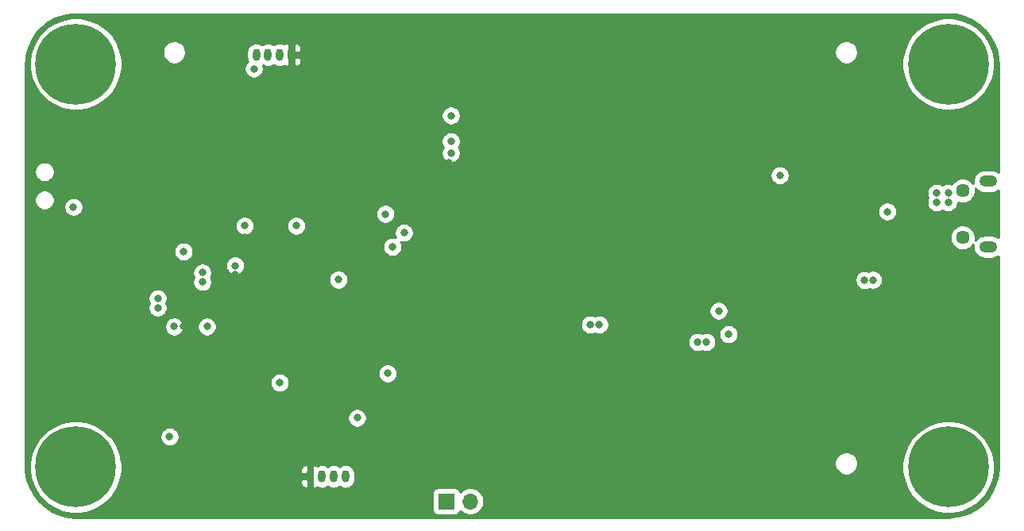
<source format=gbr>
%TF.GenerationSoftware,KiCad,Pcbnew,(5.1.8)-1*%
%TF.CreationDate,2021-03-29T14:59:59+03:00*%
%TF.ProjectId,STM32_PCB,53544d33-325f-4504-9342-2e6b69636164,rev?*%
%TF.SameCoordinates,Original*%
%TF.FileFunction,Copper,L3,Inr*%
%TF.FilePolarity,Positive*%
%FSLAX46Y46*%
G04 Gerber Fmt 4.6, Leading zero omitted, Abs format (unit mm)*
G04 Created by KiCad (PCBNEW (5.1.8)-1) date 2021-03-29 14:59:59*
%MOMM*%
%LPD*%
G01*
G04 APERTURE LIST*
%TA.AperFunction,ComponentPad*%
%ADD10O,1.700000X1.700000*%
%TD*%
%TA.AperFunction,ComponentPad*%
%ADD11R,1.700000X1.700000*%
%TD*%
%TA.AperFunction,ComponentPad*%
%ADD12C,8.600000*%
%TD*%
%TA.AperFunction,ComponentPad*%
%ADD13C,0.900000*%
%TD*%
%TA.AperFunction,ComponentPad*%
%ADD14C,1.450000*%
%TD*%
%TA.AperFunction,ComponentPad*%
%ADD15O,1.900000X1.200000*%
%TD*%
%TA.AperFunction,ComponentPad*%
%ADD16O,0.800000X1.300000*%
%TD*%
%TA.AperFunction,ViaPad*%
%ADD17C,0.800000*%
%TD*%
%TA.AperFunction,Conductor*%
%ADD18C,0.254000*%
%TD*%
%TA.AperFunction,Conductor*%
%ADD19C,0.100000*%
%TD*%
G04 APERTURE END LIST*
D10*
%TO.N,GPIO_0*%
%TO.C,J6*%
X114040000Y-122650000D03*
D11*
%TO.N,TIM1_CH1*%
X111500000Y-122650000D03*
%TD*%
D12*
%TO.N,GND*%
%TO.C,H1*%
X72000000Y-119000000D03*
D13*
X75225000Y-119000000D03*
X74280419Y-121280419D03*
X72000000Y-122225000D03*
X69719581Y-121280419D03*
X68775000Y-119000000D03*
X69719581Y-116719581D03*
X72000000Y-115775000D03*
X74280419Y-116719581D03*
%TD*%
%TO.N,GND*%
%TO.C,H2*%
X167280419Y-116719581D03*
X165000000Y-115775000D03*
X162719581Y-116719581D03*
X161775000Y-119000000D03*
X162719581Y-121280419D03*
X165000000Y-122225000D03*
X167280419Y-121280419D03*
X168225000Y-119000000D03*
D12*
X165000000Y-119000000D03*
%TD*%
D13*
%TO.N,GND*%
%TO.C,H3*%
X74280419Y-73719581D03*
X72000000Y-72775000D03*
X69719581Y-73719581D03*
X68775000Y-76000000D03*
X69719581Y-78280419D03*
X72000000Y-79225000D03*
X74280419Y-78280419D03*
X75225000Y-76000000D03*
D12*
X72000000Y-76000000D03*
%TD*%
%TO.N,GND*%
%TO.C,H4*%
X165000000Y-76000000D03*
D13*
X168225000Y-76000000D03*
X167280419Y-78280419D03*
X165000000Y-79225000D03*
X162719581Y-78280419D03*
X161775000Y-76000000D03*
X162719581Y-73719581D03*
X165000000Y-72775000D03*
X167280419Y-73719581D03*
%TD*%
D14*
%TO.N,Net-(J2-Pad6)*%
%TO.C,J2*%
X166537500Y-94500000D03*
X166537500Y-89500000D03*
D15*
X169237500Y-95500000D03*
X169237500Y-88500000D03*
%TD*%
%TO.N,+3V3*%
%TO.C,J3*%
%TA.AperFunction,ComponentPad*%
G36*
G01*
X95400000Y-74550000D02*
X95400000Y-75450000D01*
G75*
G02*
X95200000Y-75650000I-200000J0D01*
G01*
X94800000Y-75650000D01*
G75*
G02*
X94600000Y-75450000I0J200000D01*
G01*
X94600000Y-74550000D01*
G75*
G02*
X94800000Y-74350000I200000J0D01*
G01*
X95200000Y-74350000D01*
G75*
G02*
X95400000Y-74550000I0J-200000D01*
G01*
G37*
%TD.AperFunction*%
D16*
%TO.N,I2C1_SCL*%
X93750000Y-75000000D03*
%TO.N,I2C_SDA*%
X92500000Y-75000000D03*
%TO.N,GND*%
X91250000Y-75000000D03*
%TD*%
%TO.N,GND*%
%TO.C,J5*%
X100750000Y-120000000D03*
%TO.N,USART3_RX*%
X99500000Y-120000000D03*
%TO.N,USART3_TX*%
X98250000Y-120000000D03*
%TO.N,+3V3*%
%TA.AperFunction,ComponentPad*%
G36*
G01*
X96600000Y-120450000D02*
X96600000Y-119550000D01*
G75*
G02*
X96800000Y-119350000I200000J0D01*
G01*
X97200000Y-119350000D01*
G75*
G02*
X97400000Y-119550000I0J-200000D01*
G01*
X97400000Y-120450000D01*
G75*
G02*
X97200000Y-120650000I-200000J0D01*
G01*
X96800000Y-120650000D01*
G75*
G02*
X96600000Y-120450000I0J200000D01*
G01*
G37*
%TD.AperFunction*%
%TD*%
D17*
%TO.N,+3V3*%
X146950000Y-78750000D03*
X97500000Y-118500000D03*
X94750000Y-76500000D03*
X83500000Y-106000000D03*
X83500000Y-104000000D03*
X89000000Y-98500000D03*
X111750000Y-86500000D03*
X71750000Y-86750000D03*
X93000000Y-86000000D03*
X94000000Y-86000000D03*
X90000000Y-94500000D03*
X105250000Y-97250000D03*
X102750000Y-109250000D03*
X96250000Y-110000000D03*
X127900000Y-98025000D03*
X130375000Y-100975000D03*
X130375000Y-102000000D03*
X130500000Y-98225000D03*
X131625000Y-98225000D03*
X131075000Y-97200000D03*
%TO.N,GND*%
X90000000Y-93250000D03*
X95500000Y-93250000D03*
X107000000Y-94000000D03*
X105250000Y-109000000D03*
X102000000Y-113750000D03*
X82000000Y-115750000D03*
X71750000Y-91250000D03*
X91000000Y-76500000D03*
X112000000Y-81500000D03*
X85500000Y-98250000D03*
X85500000Y-99250000D03*
X83500000Y-96000000D03*
X82500000Y-104000000D03*
X80750000Y-101000000D03*
X80750000Y-102000000D03*
X93750000Y-110000000D03*
X165000000Y-90750000D03*
X165000000Y-89750000D03*
X163750000Y-89750000D03*
X163750000Y-90750000D03*
X158500000Y-91750000D03*
X89000000Y-97500000D03*
X112000000Y-84250000D03*
X112000000Y-85500000D03*
X86000000Y-104000000D03*
X105750000Y-95500000D03*
X127800000Y-103800000D03*
X126825000Y-103800000D03*
X138275000Y-105650000D03*
X139225000Y-105650000D03*
X141575000Y-104825000D03*
X140525000Y-102325000D03*
X147050000Y-87875000D03*
X156075000Y-99050000D03*
X156975000Y-99025000D03*
%TO.N,NRST*%
X100000000Y-99000000D03*
X105000000Y-92000000D03*
%TD*%
D18*
%TO.N,+3V3*%
X165871797Y-70733902D02*
X166720182Y-70947001D01*
X167522371Y-71295803D01*
X168256818Y-71770938D01*
X168903798Y-72359646D01*
X169445946Y-73046125D01*
X169868692Y-73811928D01*
X170160684Y-74636491D01*
X170316116Y-75509076D01*
X170340000Y-76015547D01*
X170340000Y-87519912D01*
X170276949Y-87468167D01*
X170062401Y-87353489D01*
X169829602Y-87282870D01*
X169648165Y-87265000D01*
X168826835Y-87265000D01*
X168645398Y-87282870D01*
X168412599Y-87353489D01*
X168198051Y-87468167D01*
X168009998Y-87622498D01*
X167855667Y-87810551D01*
X167740989Y-88025099D01*
X167670370Y-88257898D01*
X167646525Y-88500000D01*
X167670370Y-88742102D01*
X167673383Y-88752035D01*
X167593881Y-88633051D01*
X167404449Y-88443619D01*
X167181701Y-88294784D01*
X166934197Y-88192264D01*
X166671448Y-88140000D01*
X166403552Y-88140000D01*
X166140803Y-88192264D01*
X165893299Y-88294784D01*
X165670551Y-88443619D01*
X165481119Y-88633051D01*
X165378567Y-88786532D01*
X165301898Y-88754774D01*
X165101939Y-88715000D01*
X164898061Y-88715000D01*
X164698102Y-88754774D01*
X164509744Y-88832795D01*
X164375000Y-88922828D01*
X164240256Y-88832795D01*
X164051898Y-88754774D01*
X163851939Y-88715000D01*
X163648061Y-88715000D01*
X163448102Y-88754774D01*
X163259744Y-88832795D01*
X163090226Y-88946063D01*
X162946063Y-89090226D01*
X162832795Y-89259744D01*
X162754774Y-89448102D01*
X162715000Y-89648061D01*
X162715000Y-89851939D01*
X162754774Y-90051898D01*
X162832795Y-90240256D01*
X162839306Y-90250000D01*
X162832795Y-90259744D01*
X162754774Y-90448102D01*
X162715000Y-90648061D01*
X162715000Y-90851939D01*
X162754774Y-91051898D01*
X162832795Y-91240256D01*
X162946063Y-91409774D01*
X163090226Y-91553937D01*
X163259744Y-91667205D01*
X163448102Y-91745226D01*
X163648061Y-91785000D01*
X163851939Y-91785000D01*
X164051898Y-91745226D01*
X164240256Y-91667205D01*
X164375000Y-91577172D01*
X164509744Y-91667205D01*
X164698102Y-91745226D01*
X164898061Y-91785000D01*
X165101939Y-91785000D01*
X165301898Y-91745226D01*
X165490256Y-91667205D01*
X165659774Y-91553937D01*
X165803937Y-91409774D01*
X165917205Y-91240256D01*
X165995226Y-91051898D01*
X166035000Y-90851939D01*
X166035000Y-90763911D01*
X166140803Y-90807736D01*
X166403552Y-90860000D01*
X166671448Y-90860000D01*
X166934197Y-90807736D01*
X167181701Y-90705216D01*
X167404449Y-90556381D01*
X167593881Y-90366949D01*
X167742716Y-90144201D01*
X167845236Y-89896697D01*
X167897500Y-89633948D01*
X167897500Y-89366052D01*
X167864516Y-89200232D01*
X168009998Y-89377502D01*
X168198051Y-89531833D01*
X168412599Y-89646511D01*
X168645398Y-89717130D01*
X168826835Y-89735000D01*
X169648165Y-89735000D01*
X169829602Y-89717130D01*
X170062401Y-89646511D01*
X170276949Y-89531833D01*
X170340000Y-89480088D01*
X170340000Y-94519912D01*
X170276949Y-94468167D01*
X170062401Y-94353489D01*
X169829602Y-94282870D01*
X169648165Y-94265000D01*
X168826835Y-94265000D01*
X168645398Y-94282870D01*
X168412599Y-94353489D01*
X168198051Y-94468167D01*
X168009998Y-94622498D01*
X167864516Y-94799768D01*
X167897500Y-94633948D01*
X167897500Y-94366052D01*
X167845236Y-94103303D01*
X167742716Y-93855799D01*
X167593881Y-93633051D01*
X167404449Y-93443619D01*
X167181701Y-93294784D01*
X166934197Y-93192264D01*
X166671448Y-93140000D01*
X166403552Y-93140000D01*
X166140803Y-93192264D01*
X165893299Y-93294784D01*
X165670551Y-93443619D01*
X165481119Y-93633051D01*
X165332284Y-93855799D01*
X165229764Y-94103303D01*
X165177500Y-94366052D01*
X165177500Y-94633948D01*
X165229764Y-94896697D01*
X165332284Y-95144201D01*
X165481119Y-95366949D01*
X165670551Y-95556381D01*
X165893299Y-95705216D01*
X166140803Y-95807736D01*
X166403552Y-95860000D01*
X166671448Y-95860000D01*
X166934197Y-95807736D01*
X167181701Y-95705216D01*
X167404449Y-95556381D01*
X167593881Y-95366949D01*
X167673383Y-95247965D01*
X167670370Y-95257898D01*
X167646525Y-95500000D01*
X167670370Y-95742102D01*
X167740989Y-95974901D01*
X167855667Y-96189449D01*
X168009998Y-96377502D01*
X168198051Y-96531833D01*
X168412599Y-96646511D01*
X168645398Y-96717130D01*
X168826835Y-96735000D01*
X169648165Y-96735000D01*
X169829602Y-96717130D01*
X170062401Y-96646511D01*
X170276949Y-96531833D01*
X170340000Y-96480088D01*
X170340001Y-118972899D01*
X170266098Y-119871802D01*
X170052999Y-120720180D01*
X169704197Y-121522371D01*
X169229062Y-122256818D01*
X168640354Y-122903799D01*
X167953875Y-123445946D01*
X167188076Y-123868691D01*
X166363514Y-124160683D01*
X165490925Y-124316116D01*
X164984453Y-124340000D01*
X72027089Y-124340000D01*
X71128198Y-124266098D01*
X70279820Y-124052999D01*
X69477629Y-123704197D01*
X68743182Y-123229062D01*
X68096201Y-122640354D01*
X67554054Y-121953875D01*
X67131309Y-121188076D01*
X66839317Y-120363514D01*
X66683884Y-119490925D01*
X66660000Y-118984453D01*
X66660000Y-118513945D01*
X67065000Y-118513945D01*
X67065000Y-119486055D01*
X67254650Y-120439486D01*
X67626660Y-121337599D01*
X68166735Y-122145879D01*
X68854121Y-122833265D01*
X69662401Y-123373340D01*
X70560514Y-123745350D01*
X71513945Y-123935000D01*
X72486055Y-123935000D01*
X73439486Y-123745350D01*
X74337599Y-123373340D01*
X75145879Y-122833265D01*
X75833265Y-122145879D01*
X76064373Y-121800000D01*
X110011928Y-121800000D01*
X110011928Y-123500000D01*
X110024188Y-123624482D01*
X110060498Y-123744180D01*
X110119463Y-123854494D01*
X110198815Y-123951185D01*
X110295506Y-124030537D01*
X110405820Y-124089502D01*
X110525518Y-124125812D01*
X110650000Y-124138072D01*
X112350000Y-124138072D01*
X112474482Y-124125812D01*
X112594180Y-124089502D01*
X112704494Y-124030537D01*
X112801185Y-123951185D01*
X112880537Y-123854494D01*
X112939502Y-123744180D01*
X112961513Y-123671620D01*
X113093368Y-123803475D01*
X113336589Y-123965990D01*
X113606842Y-124077932D01*
X113893740Y-124135000D01*
X114186260Y-124135000D01*
X114473158Y-124077932D01*
X114743411Y-123965990D01*
X114986632Y-123803475D01*
X115193475Y-123596632D01*
X115355990Y-123353411D01*
X115467932Y-123083158D01*
X115525000Y-122796260D01*
X115525000Y-122503740D01*
X115467932Y-122216842D01*
X115355990Y-121946589D01*
X115193475Y-121703368D01*
X114986632Y-121496525D01*
X114743411Y-121334010D01*
X114473158Y-121222068D01*
X114186260Y-121165000D01*
X113893740Y-121165000D01*
X113606842Y-121222068D01*
X113336589Y-121334010D01*
X113093368Y-121496525D01*
X112961513Y-121628380D01*
X112939502Y-121555820D01*
X112880537Y-121445506D01*
X112801185Y-121348815D01*
X112704494Y-121269463D01*
X112594180Y-121210498D01*
X112474482Y-121174188D01*
X112350000Y-121161928D01*
X110650000Y-121161928D01*
X110525518Y-121174188D01*
X110405820Y-121210498D01*
X110295506Y-121269463D01*
X110198815Y-121348815D01*
X110119463Y-121445506D01*
X110060498Y-121555820D01*
X110024188Y-121675518D01*
X110011928Y-121800000D01*
X76064373Y-121800000D01*
X76373340Y-121337599D01*
X76659074Y-120647774D01*
X95961932Y-120647774D01*
X95973758Y-120772298D01*
X96009650Y-120892122D01*
X96068229Y-121002641D01*
X96147244Y-121099608D01*
X96243658Y-121179298D01*
X96353766Y-121238646D01*
X96473336Y-121275374D01*
X96593250Y-121285000D01*
X96752000Y-121126250D01*
X96752000Y-120248000D01*
X96123750Y-120248000D01*
X95965000Y-120406750D01*
X95961932Y-120647774D01*
X76659074Y-120647774D01*
X76745350Y-120439486D01*
X76935000Y-119486055D01*
X76935000Y-119352226D01*
X95961932Y-119352226D01*
X95965000Y-119593250D01*
X96123750Y-119752000D01*
X96752000Y-119752000D01*
X96752000Y-119699163D01*
X97215000Y-119699163D01*
X97215000Y-120300838D01*
X97229976Y-120452895D01*
X97248000Y-120512311D01*
X97248000Y-121126250D01*
X97406750Y-121285000D01*
X97526664Y-121275374D01*
X97646234Y-121238646D01*
X97756342Y-121179298D01*
X97770736Y-121167401D01*
X97852008Y-121210841D01*
X98047106Y-121270024D01*
X98250000Y-121290007D01*
X98452895Y-121270024D01*
X98647993Y-121210841D01*
X98827797Y-121114734D01*
X98875001Y-121075995D01*
X98922204Y-121114734D01*
X99102008Y-121210841D01*
X99297106Y-121270024D01*
X99500000Y-121290007D01*
X99702895Y-121270024D01*
X99897993Y-121210841D01*
X100077797Y-121114734D01*
X100125001Y-121075995D01*
X100172204Y-121114734D01*
X100352008Y-121210841D01*
X100547106Y-121270024D01*
X100750000Y-121290007D01*
X100952895Y-121270024D01*
X101147993Y-121210841D01*
X101327797Y-121114734D01*
X101485396Y-120985396D01*
X101614734Y-120827797D01*
X101710841Y-120647992D01*
X101770024Y-120452894D01*
X101785000Y-120300837D01*
X101785000Y-119699162D01*
X101770024Y-119547105D01*
X101710841Y-119352007D01*
X101614734Y-119172203D01*
X101485396Y-119014604D01*
X101327797Y-118885266D01*
X101147992Y-118789159D01*
X100952894Y-118729976D01*
X100750000Y-118709993D01*
X100547105Y-118729976D01*
X100352007Y-118789159D01*
X100172203Y-118885266D01*
X100125000Y-118924004D01*
X100077797Y-118885266D01*
X99897992Y-118789159D01*
X99702894Y-118729976D01*
X99500000Y-118709993D01*
X99297105Y-118729976D01*
X99102007Y-118789159D01*
X98922203Y-118885266D01*
X98875000Y-118924004D01*
X98827797Y-118885266D01*
X98647992Y-118789159D01*
X98452894Y-118729976D01*
X98250000Y-118709993D01*
X98047105Y-118729976D01*
X97852007Y-118789159D01*
X97770736Y-118832599D01*
X97756342Y-118820702D01*
X97646234Y-118761354D01*
X97526664Y-118724626D01*
X97406750Y-118715000D01*
X97248000Y-118873750D01*
X97248000Y-119487690D01*
X97229976Y-119547106D01*
X97215000Y-119699163D01*
X96752000Y-119699163D01*
X96752000Y-118873750D01*
X96593250Y-118715000D01*
X96473336Y-118724626D01*
X96353766Y-118761354D01*
X96243658Y-118820702D01*
X96147244Y-118900392D01*
X96068229Y-118997359D01*
X96009650Y-119107878D01*
X95973758Y-119227702D01*
X95961932Y-119352226D01*
X76935000Y-119352226D01*
X76935000Y-118513945D01*
X76927630Y-118476890D01*
X152874048Y-118476890D01*
X152874048Y-118723110D01*
X152922083Y-118964598D01*
X153016307Y-119192074D01*
X153153099Y-119396798D01*
X153327202Y-119570901D01*
X153531926Y-119707693D01*
X153759402Y-119801917D01*
X154000890Y-119849952D01*
X154247110Y-119849952D01*
X154488598Y-119801917D01*
X154716074Y-119707693D01*
X154920798Y-119570901D01*
X155094901Y-119396798D01*
X155231693Y-119192074D01*
X155325917Y-118964598D01*
X155373952Y-118723110D01*
X155373952Y-118513945D01*
X160065000Y-118513945D01*
X160065000Y-119486055D01*
X160254650Y-120439486D01*
X160626660Y-121337599D01*
X161166735Y-122145879D01*
X161854121Y-122833265D01*
X162662401Y-123373340D01*
X163560514Y-123745350D01*
X164513945Y-123935000D01*
X165486055Y-123935000D01*
X166439486Y-123745350D01*
X167337599Y-123373340D01*
X168145879Y-122833265D01*
X168833265Y-122145879D01*
X169373340Y-121337599D01*
X169745350Y-120439486D01*
X169935000Y-119486055D01*
X169935000Y-118513945D01*
X169745350Y-117560514D01*
X169373340Y-116662401D01*
X168833265Y-115854121D01*
X168145879Y-115166735D01*
X167337599Y-114626660D01*
X166439486Y-114254650D01*
X165486055Y-114065000D01*
X164513945Y-114065000D01*
X163560514Y-114254650D01*
X162662401Y-114626660D01*
X161854121Y-115166735D01*
X161166735Y-115854121D01*
X160626660Y-116662401D01*
X160254650Y-117560514D01*
X160065000Y-118513945D01*
X155373952Y-118513945D01*
X155373952Y-118476890D01*
X155325917Y-118235402D01*
X155231693Y-118007926D01*
X155094901Y-117803202D01*
X154920798Y-117629099D01*
X154716074Y-117492307D01*
X154488598Y-117398083D01*
X154247110Y-117350048D01*
X154000890Y-117350048D01*
X153759402Y-117398083D01*
X153531926Y-117492307D01*
X153327202Y-117629099D01*
X153153099Y-117803202D01*
X153016307Y-118007926D01*
X152922083Y-118235402D01*
X152874048Y-118476890D01*
X76927630Y-118476890D01*
X76745350Y-117560514D01*
X76373340Y-116662401D01*
X75833265Y-115854121D01*
X75627205Y-115648061D01*
X80965000Y-115648061D01*
X80965000Y-115851939D01*
X81004774Y-116051898D01*
X81082795Y-116240256D01*
X81196063Y-116409774D01*
X81340226Y-116553937D01*
X81509744Y-116667205D01*
X81698102Y-116745226D01*
X81898061Y-116785000D01*
X82101939Y-116785000D01*
X82301898Y-116745226D01*
X82490256Y-116667205D01*
X82659774Y-116553937D01*
X82803937Y-116409774D01*
X82917205Y-116240256D01*
X82995226Y-116051898D01*
X83035000Y-115851939D01*
X83035000Y-115648061D01*
X82995226Y-115448102D01*
X82917205Y-115259744D01*
X82803937Y-115090226D01*
X82659774Y-114946063D01*
X82490256Y-114832795D01*
X82301898Y-114754774D01*
X82101939Y-114715000D01*
X81898061Y-114715000D01*
X81698102Y-114754774D01*
X81509744Y-114832795D01*
X81340226Y-114946063D01*
X81196063Y-115090226D01*
X81082795Y-115259744D01*
X81004774Y-115448102D01*
X80965000Y-115648061D01*
X75627205Y-115648061D01*
X75145879Y-115166735D01*
X74337599Y-114626660D01*
X73439486Y-114254650D01*
X72486055Y-114065000D01*
X71513945Y-114065000D01*
X70560514Y-114254650D01*
X69662401Y-114626660D01*
X68854121Y-115166735D01*
X68166735Y-115854121D01*
X67626660Y-116662401D01*
X67254650Y-117560514D01*
X67065000Y-118513945D01*
X66660000Y-118513945D01*
X66660000Y-113648061D01*
X100965000Y-113648061D01*
X100965000Y-113851939D01*
X101004774Y-114051898D01*
X101082795Y-114240256D01*
X101196063Y-114409774D01*
X101340226Y-114553937D01*
X101509744Y-114667205D01*
X101698102Y-114745226D01*
X101898061Y-114785000D01*
X102101939Y-114785000D01*
X102301898Y-114745226D01*
X102490256Y-114667205D01*
X102659774Y-114553937D01*
X102803937Y-114409774D01*
X102917205Y-114240256D01*
X102995226Y-114051898D01*
X103035000Y-113851939D01*
X103035000Y-113648061D01*
X102995226Y-113448102D01*
X102917205Y-113259744D01*
X102803937Y-113090226D01*
X102659774Y-112946063D01*
X102490256Y-112832795D01*
X102301898Y-112754774D01*
X102101939Y-112715000D01*
X101898061Y-112715000D01*
X101698102Y-112754774D01*
X101509744Y-112832795D01*
X101340226Y-112946063D01*
X101196063Y-113090226D01*
X101082795Y-113259744D01*
X101004774Y-113448102D01*
X100965000Y-113648061D01*
X66660000Y-113648061D01*
X66660000Y-109898061D01*
X92715000Y-109898061D01*
X92715000Y-110101939D01*
X92754774Y-110301898D01*
X92832795Y-110490256D01*
X92946063Y-110659774D01*
X93090226Y-110803937D01*
X93259744Y-110917205D01*
X93448102Y-110995226D01*
X93648061Y-111035000D01*
X93851939Y-111035000D01*
X94051898Y-110995226D01*
X94240256Y-110917205D01*
X94409774Y-110803937D01*
X94553937Y-110659774D01*
X94667205Y-110490256D01*
X94745226Y-110301898D01*
X94785000Y-110101939D01*
X94785000Y-109898061D01*
X94745226Y-109698102D01*
X94667205Y-109509744D01*
X94553937Y-109340226D01*
X94409774Y-109196063D01*
X94240256Y-109082795D01*
X94051898Y-109004774D01*
X93851939Y-108965000D01*
X93648061Y-108965000D01*
X93448102Y-109004774D01*
X93259744Y-109082795D01*
X93090226Y-109196063D01*
X92946063Y-109340226D01*
X92832795Y-109509744D01*
X92754774Y-109698102D01*
X92715000Y-109898061D01*
X66660000Y-109898061D01*
X66660000Y-108898061D01*
X104215000Y-108898061D01*
X104215000Y-109101939D01*
X104254774Y-109301898D01*
X104332795Y-109490256D01*
X104446063Y-109659774D01*
X104590226Y-109803937D01*
X104759744Y-109917205D01*
X104948102Y-109995226D01*
X105148061Y-110035000D01*
X105351939Y-110035000D01*
X105551898Y-109995226D01*
X105740256Y-109917205D01*
X105909774Y-109803937D01*
X106053937Y-109659774D01*
X106167205Y-109490256D01*
X106245226Y-109301898D01*
X106285000Y-109101939D01*
X106285000Y-108898061D01*
X106245226Y-108698102D01*
X106167205Y-108509744D01*
X106053937Y-108340226D01*
X105909774Y-108196063D01*
X105740256Y-108082795D01*
X105551898Y-108004774D01*
X105351939Y-107965000D01*
X105148061Y-107965000D01*
X104948102Y-108004774D01*
X104759744Y-108082795D01*
X104590226Y-108196063D01*
X104446063Y-108340226D01*
X104332795Y-108509744D01*
X104254774Y-108698102D01*
X104215000Y-108898061D01*
X66660000Y-108898061D01*
X66660000Y-105548061D01*
X137240000Y-105548061D01*
X137240000Y-105751939D01*
X137279774Y-105951898D01*
X137357795Y-106140256D01*
X137471063Y-106309774D01*
X137615226Y-106453937D01*
X137784744Y-106567205D01*
X137973102Y-106645226D01*
X138173061Y-106685000D01*
X138376939Y-106685000D01*
X138576898Y-106645226D01*
X138750000Y-106573524D01*
X138923102Y-106645226D01*
X139123061Y-106685000D01*
X139326939Y-106685000D01*
X139526898Y-106645226D01*
X139715256Y-106567205D01*
X139884774Y-106453937D01*
X140028937Y-106309774D01*
X140142205Y-106140256D01*
X140220226Y-105951898D01*
X140260000Y-105751939D01*
X140260000Y-105548061D01*
X140220226Y-105348102D01*
X140142205Y-105159744D01*
X140028937Y-104990226D01*
X139884774Y-104846063D01*
X139715256Y-104732795D01*
X139691757Y-104723061D01*
X140540000Y-104723061D01*
X140540000Y-104926939D01*
X140579774Y-105126898D01*
X140657795Y-105315256D01*
X140771063Y-105484774D01*
X140915226Y-105628937D01*
X141084744Y-105742205D01*
X141273102Y-105820226D01*
X141473061Y-105860000D01*
X141676939Y-105860000D01*
X141876898Y-105820226D01*
X142065256Y-105742205D01*
X142234774Y-105628937D01*
X142378937Y-105484774D01*
X142492205Y-105315256D01*
X142570226Y-105126898D01*
X142610000Y-104926939D01*
X142610000Y-104723061D01*
X142570226Y-104523102D01*
X142492205Y-104334744D01*
X142378937Y-104165226D01*
X142234774Y-104021063D01*
X142065256Y-103907795D01*
X141876898Y-103829774D01*
X141676939Y-103790000D01*
X141473061Y-103790000D01*
X141273102Y-103829774D01*
X141084744Y-103907795D01*
X140915226Y-104021063D01*
X140771063Y-104165226D01*
X140657795Y-104334744D01*
X140579774Y-104523102D01*
X140540000Y-104723061D01*
X139691757Y-104723061D01*
X139526898Y-104654774D01*
X139326939Y-104615000D01*
X139123061Y-104615000D01*
X138923102Y-104654774D01*
X138750000Y-104726476D01*
X138576898Y-104654774D01*
X138376939Y-104615000D01*
X138173061Y-104615000D01*
X137973102Y-104654774D01*
X137784744Y-104732795D01*
X137615226Y-104846063D01*
X137471063Y-104990226D01*
X137357795Y-105159744D01*
X137279774Y-105348102D01*
X137240000Y-105548061D01*
X66660000Y-105548061D01*
X66660000Y-103898061D01*
X81465000Y-103898061D01*
X81465000Y-104101939D01*
X81504774Y-104301898D01*
X81582795Y-104490256D01*
X81696063Y-104659774D01*
X81840226Y-104803937D01*
X82009744Y-104917205D01*
X82198102Y-104995226D01*
X82398061Y-105035000D01*
X82601939Y-105035000D01*
X82801898Y-104995226D01*
X82990256Y-104917205D01*
X83159774Y-104803937D01*
X83303937Y-104659774D01*
X83417205Y-104490256D01*
X83495226Y-104301898D01*
X83535000Y-104101939D01*
X83535000Y-103898061D01*
X84965000Y-103898061D01*
X84965000Y-104101939D01*
X85004774Y-104301898D01*
X85082795Y-104490256D01*
X85196063Y-104659774D01*
X85340226Y-104803937D01*
X85509744Y-104917205D01*
X85698102Y-104995226D01*
X85898061Y-105035000D01*
X86101939Y-105035000D01*
X86301898Y-104995226D01*
X86490256Y-104917205D01*
X86659774Y-104803937D01*
X86803937Y-104659774D01*
X86917205Y-104490256D01*
X86995226Y-104301898D01*
X87035000Y-104101939D01*
X87035000Y-103898061D01*
X86995226Y-103698102D01*
X86995210Y-103698061D01*
X125790000Y-103698061D01*
X125790000Y-103901939D01*
X125829774Y-104101898D01*
X125907795Y-104290256D01*
X126021063Y-104459774D01*
X126165226Y-104603937D01*
X126334744Y-104717205D01*
X126523102Y-104795226D01*
X126723061Y-104835000D01*
X126926939Y-104835000D01*
X127126898Y-104795226D01*
X127312500Y-104718347D01*
X127498102Y-104795226D01*
X127698061Y-104835000D01*
X127901939Y-104835000D01*
X128101898Y-104795226D01*
X128290256Y-104717205D01*
X128459774Y-104603937D01*
X128603937Y-104459774D01*
X128717205Y-104290256D01*
X128795226Y-104101898D01*
X128835000Y-103901939D01*
X128835000Y-103698061D01*
X128795226Y-103498102D01*
X128717205Y-103309744D01*
X128603937Y-103140226D01*
X128459774Y-102996063D01*
X128290256Y-102882795D01*
X128101898Y-102804774D01*
X127901939Y-102765000D01*
X127698061Y-102765000D01*
X127498102Y-102804774D01*
X127312500Y-102881653D01*
X127126898Y-102804774D01*
X126926939Y-102765000D01*
X126723061Y-102765000D01*
X126523102Y-102804774D01*
X126334744Y-102882795D01*
X126165226Y-102996063D01*
X126021063Y-103140226D01*
X125907795Y-103309744D01*
X125829774Y-103498102D01*
X125790000Y-103698061D01*
X86995210Y-103698061D01*
X86917205Y-103509744D01*
X86803937Y-103340226D01*
X86659774Y-103196063D01*
X86490256Y-103082795D01*
X86301898Y-103004774D01*
X86101939Y-102965000D01*
X85898061Y-102965000D01*
X85698102Y-103004774D01*
X85509744Y-103082795D01*
X85340226Y-103196063D01*
X85196063Y-103340226D01*
X85082795Y-103509744D01*
X85004774Y-103698102D01*
X84965000Y-103898061D01*
X83535000Y-103898061D01*
X83495226Y-103698102D01*
X83417205Y-103509744D01*
X83303937Y-103340226D01*
X83159774Y-103196063D01*
X82990256Y-103082795D01*
X82801898Y-103004774D01*
X82601939Y-102965000D01*
X82398061Y-102965000D01*
X82198102Y-103004774D01*
X82009744Y-103082795D01*
X81840226Y-103196063D01*
X81696063Y-103340226D01*
X81582795Y-103509744D01*
X81504774Y-103698102D01*
X81465000Y-103898061D01*
X66660000Y-103898061D01*
X66660000Y-100898061D01*
X79715000Y-100898061D01*
X79715000Y-101101939D01*
X79754774Y-101301898D01*
X79832795Y-101490256D01*
X79839306Y-101500000D01*
X79832795Y-101509744D01*
X79754774Y-101698102D01*
X79715000Y-101898061D01*
X79715000Y-102101939D01*
X79754774Y-102301898D01*
X79832795Y-102490256D01*
X79946063Y-102659774D01*
X80090226Y-102803937D01*
X80259744Y-102917205D01*
X80448102Y-102995226D01*
X80648061Y-103035000D01*
X80851939Y-103035000D01*
X81051898Y-102995226D01*
X81240256Y-102917205D01*
X81409774Y-102803937D01*
X81553937Y-102659774D01*
X81667205Y-102490256D01*
X81745226Y-102301898D01*
X81760907Y-102223061D01*
X139490000Y-102223061D01*
X139490000Y-102426939D01*
X139529774Y-102626898D01*
X139607795Y-102815256D01*
X139721063Y-102984774D01*
X139865226Y-103128937D01*
X140034744Y-103242205D01*
X140223102Y-103320226D01*
X140423061Y-103360000D01*
X140626939Y-103360000D01*
X140826898Y-103320226D01*
X141015256Y-103242205D01*
X141184774Y-103128937D01*
X141328937Y-102984774D01*
X141442205Y-102815256D01*
X141520226Y-102626898D01*
X141560000Y-102426939D01*
X141560000Y-102223061D01*
X141520226Y-102023102D01*
X141442205Y-101834744D01*
X141328937Y-101665226D01*
X141184774Y-101521063D01*
X141015256Y-101407795D01*
X140826898Y-101329774D01*
X140626939Y-101290000D01*
X140423061Y-101290000D01*
X140223102Y-101329774D01*
X140034744Y-101407795D01*
X139865226Y-101521063D01*
X139721063Y-101665226D01*
X139607795Y-101834744D01*
X139529774Y-102023102D01*
X139490000Y-102223061D01*
X81760907Y-102223061D01*
X81785000Y-102101939D01*
X81785000Y-101898061D01*
X81745226Y-101698102D01*
X81667205Y-101509744D01*
X81660694Y-101500000D01*
X81667205Y-101490256D01*
X81745226Y-101301898D01*
X81785000Y-101101939D01*
X81785000Y-100898061D01*
X81745226Y-100698102D01*
X81667205Y-100509744D01*
X81553937Y-100340226D01*
X81409774Y-100196063D01*
X81240256Y-100082795D01*
X81051898Y-100004774D01*
X80851939Y-99965000D01*
X80648061Y-99965000D01*
X80448102Y-100004774D01*
X80259744Y-100082795D01*
X80090226Y-100196063D01*
X79946063Y-100340226D01*
X79832795Y-100509744D01*
X79754774Y-100698102D01*
X79715000Y-100898061D01*
X66660000Y-100898061D01*
X66660000Y-98148061D01*
X84465000Y-98148061D01*
X84465000Y-98351939D01*
X84504774Y-98551898D01*
X84582795Y-98740256D01*
X84589306Y-98750000D01*
X84582795Y-98759744D01*
X84504774Y-98948102D01*
X84465000Y-99148061D01*
X84465000Y-99351939D01*
X84504774Y-99551898D01*
X84582795Y-99740256D01*
X84696063Y-99909774D01*
X84840226Y-100053937D01*
X85009744Y-100167205D01*
X85198102Y-100245226D01*
X85398061Y-100285000D01*
X85601939Y-100285000D01*
X85801898Y-100245226D01*
X85990256Y-100167205D01*
X86159774Y-100053937D01*
X86303937Y-99909774D01*
X86417205Y-99740256D01*
X86495226Y-99551898D01*
X86535000Y-99351939D01*
X86535000Y-99148061D01*
X86495226Y-98948102D01*
X86474499Y-98898061D01*
X98965000Y-98898061D01*
X98965000Y-99101939D01*
X99004774Y-99301898D01*
X99082795Y-99490256D01*
X99196063Y-99659774D01*
X99340226Y-99803937D01*
X99509744Y-99917205D01*
X99698102Y-99995226D01*
X99898061Y-100035000D01*
X100101939Y-100035000D01*
X100301898Y-99995226D01*
X100490256Y-99917205D01*
X100659774Y-99803937D01*
X100803937Y-99659774D01*
X100917205Y-99490256D01*
X100995226Y-99301898D01*
X101035000Y-99101939D01*
X101035000Y-98948061D01*
X155040000Y-98948061D01*
X155040000Y-99151939D01*
X155079774Y-99351898D01*
X155157795Y-99540256D01*
X155271063Y-99709774D01*
X155415226Y-99853937D01*
X155584744Y-99967205D01*
X155773102Y-100045226D01*
X155973061Y-100085000D01*
X156176939Y-100085000D01*
X156376898Y-100045226D01*
X156555177Y-99971380D01*
X156673102Y-100020226D01*
X156873061Y-100060000D01*
X157076939Y-100060000D01*
X157276898Y-100020226D01*
X157465256Y-99942205D01*
X157634774Y-99828937D01*
X157778937Y-99684774D01*
X157892205Y-99515256D01*
X157970226Y-99326898D01*
X158010000Y-99126939D01*
X158010000Y-98923061D01*
X157970226Y-98723102D01*
X157892205Y-98534744D01*
X157778937Y-98365226D01*
X157634774Y-98221063D01*
X157465256Y-98107795D01*
X157276898Y-98029774D01*
X157076939Y-97990000D01*
X156873061Y-97990000D01*
X156673102Y-98029774D01*
X156494823Y-98103620D01*
X156376898Y-98054774D01*
X156176939Y-98015000D01*
X155973061Y-98015000D01*
X155773102Y-98054774D01*
X155584744Y-98132795D01*
X155415226Y-98246063D01*
X155271063Y-98390226D01*
X155157795Y-98559744D01*
X155079774Y-98748102D01*
X155040000Y-98948061D01*
X101035000Y-98948061D01*
X101035000Y-98898061D01*
X100995226Y-98698102D01*
X100917205Y-98509744D01*
X100803937Y-98340226D01*
X100659774Y-98196063D01*
X100490256Y-98082795D01*
X100301898Y-98004774D01*
X100101939Y-97965000D01*
X99898061Y-97965000D01*
X99698102Y-98004774D01*
X99509744Y-98082795D01*
X99340226Y-98196063D01*
X99196063Y-98340226D01*
X99082795Y-98509744D01*
X99004774Y-98698102D01*
X98965000Y-98898061D01*
X86474499Y-98898061D01*
X86417205Y-98759744D01*
X86410694Y-98750000D01*
X86417205Y-98740256D01*
X86495226Y-98551898D01*
X86535000Y-98351939D01*
X86535000Y-98148061D01*
X86495226Y-97948102D01*
X86417205Y-97759744D01*
X86303937Y-97590226D01*
X86159774Y-97446063D01*
X86087934Y-97398061D01*
X87965000Y-97398061D01*
X87965000Y-97601939D01*
X88004774Y-97801898D01*
X88082795Y-97990256D01*
X88196063Y-98159774D01*
X88340226Y-98303937D01*
X88509744Y-98417205D01*
X88698102Y-98495226D01*
X88898061Y-98535000D01*
X89101939Y-98535000D01*
X89301898Y-98495226D01*
X89490256Y-98417205D01*
X89659774Y-98303937D01*
X89803937Y-98159774D01*
X89917205Y-97990256D01*
X89995226Y-97801898D01*
X90035000Y-97601939D01*
X90035000Y-97398061D01*
X89995226Y-97198102D01*
X89917205Y-97009744D01*
X89803937Y-96840226D01*
X89659774Y-96696063D01*
X89490256Y-96582795D01*
X89301898Y-96504774D01*
X89101939Y-96465000D01*
X88898061Y-96465000D01*
X88698102Y-96504774D01*
X88509744Y-96582795D01*
X88340226Y-96696063D01*
X88196063Y-96840226D01*
X88082795Y-97009744D01*
X88004774Y-97198102D01*
X87965000Y-97398061D01*
X86087934Y-97398061D01*
X85990256Y-97332795D01*
X85801898Y-97254774D01*
X85601939Y-97215000D01*
X85398061Y-97215000D01*
X85198102Y-97254774D01*
X85009744Y-97332795D01*
X84840226Y-97446063D01*
X84696063Y-97590226D01*
X84582795Y-97759744D01*
X84504774Y-97948102D01*
X84465000Y-98148061D01*
X66660000Y-98148061D01*
X66660000Y-95898061D01*
X82465000Y-95898061D01*
X82465000Y-96101939D01*
X82504774Y-96301898D01*
X82582795Y-96490256D01*
X82696063Y-96659774D01*
X82840226Y-96803937D01*
X83009744Y-96917205D01*
X83198102Y-96995226D01*
X83398061Y-97035000D01*
X83601939Y-97035000D01*
X83801898Y-96995226D01*
X83990256Y-96917205D01*
X84159774Y-96803937D01*
X84303937Y-96659774D01*
X84417205Y-96490256D01*
X84495226Y-96301898D01*
X84535000Y-96101939D01*
X84535000Y-95898061D01*
X84495226Y-95698102D01*
X84417205Y-95509744D01*
X84342582Y-95398061D01*
X104715000Y-95398061D01*
X104715000Y-95601939D01*
X104754774Y-95801898D01*
X104832795Y-95990256D01*
X104946063Y-96159774D01*
X105090226Y-96303937D01*
X105259744Y-96417205D01*
X105448102Y-96495226D01*
X105648061Y-96535000D01*
X105851939Y-96535000D01*
X106051898Y-96495226D01*
X106240256Y-96417205D01*
X106409774Y-96303937D01*
X106553937Y-96159774D01*
X106667205Y-95990256D01*
X106745226Y-95801898D01*
X106785000Y-95601939D01*
X106785000Y-95398061D01*
X106745226Y-95198102D01*
X106667205Y-95009744D01*
X106641968Y-94971974D01*
X106698102Y-94995226D01*
X106898061Y-95035000D01*
X107101939Y-95035000D01*
X107301898Y-94995226D01*
X107490256Y-94917205D01*
X107659774Y-94803937D01*
X107803937Y-94659774D01*
X107917205Y-94490256D01*
X107995226Y-94301898D01*
X108035000Y-94101939D01*
X108035000Y-93898061D01*
X107995226Y-93698102D01*
X107917205Y-93509744D01*
X107803937Y-93340226D01*
X107659774Y-93196063D01*
X107490256Y-93082795D01*
X107301898Y-93004774D01*
X107101939Y-92965000D01*
X106898061Y-92965000D01*
X106698102Y-93004774D01*
X106509744Y-93082795D01*
X106340226Y-93196063D01*
X106196063Y-93340226D01*
X106082795Y-93509744D01*
X106004774Y-93698102D01*
X105965000Y-93898061D01*
X105965000Y-94101939D01*
X106004774Y-94301898D01*
X106082795Y-94490256D01*
X106108032Y-94528026D01*
X106051898Y-94504774D01*
X105851939Y-94465000D01*
X105648061Y-94465000D01*
X105448102Y-94504774D01*
X105259744Y-94582795D01*
X105090226Y-94696063D01*
X104946063Y-94840226D01*
X104832795Y-95009744D01*
X104754774Y-95198102D01*
X104715000Y-95398061D01*
X84342582Y-95398061D01*
X84303937Y-95340226D01*
X84159774Y-95196063D01*
X83990256Y-95082795D01*
X83801898Y-95004774D01*
X83601939Y-94965000D01*
X83398061Y-94965000D01*
X83198102Y-95004774D01*
X83009744Y-95082795D01*
X82840226Y-95196063D01*
X82696063Y-95340226D01*
X82582795Y-95509744D01*
X82504774Y-95698102D01*
X82465000Y-95898061D01*
X66660000Y-95898061D01*
X66660000Y-93148061D01*
X88965000Y-93148061D01*
X88965000Y-93351939D01*
X89004774Y-93551898D01*
X89082795Y-93740256D01*
X89196063Y-93909774D01*
X89340226Y-94053937D01*
X89509744Y-94167205D01*
X89698102Y-94245226D01*
X89898061Y-94285000D01*
X90101939Y-94285000D01*
X90301898Y-94245226D01*
X90490256Y-94167205D01*
X90659774Y-94053937D01*
X90803937Y-93909774D01*
X90917205Y-93740256D01*
X90995226Y-93551898D01*
X91035000Y-93351939D01*
X91035000Y-93148061D01*
X94465000Y-93148061D01*
X94465000Y-93351939D01*
X94504774Y-93551898D01*
X94582795Y-93740256D01*
X94696063Y-93909774D01*
X94840226Y-94053937D01*
X95009744Y-94167205D01*
X95198102Y-94245226D01*
X95398061Y-94285000D01*
X95601939Y-94285000D01*
X95801898Y-94245226D01*
X95990256Y-94167205D01*
X96159774Y-94053937D01*
X96303937Y-93909774D01*
X96417205Y-93740256D01*
X96495226Y-93551898D01*
X96535000Y-93351939D01*
X96535000Y-93148061D01*
X96495226Y-92948102D01*
X96417205Y-92759744D01*
X96303937Y-92590226D01*
X96159774Y-92446063D01*
X95990256Y-92332795D01*
X95801898Y-92254774D01*
X95601939Y-92215000D01*
X95398061Y-92215000D01*
X95198102Y-92254774D01*
X95009744Y-92332795D01*
X94840226Y-92446063D01*
X94696063Y-92590226D01*
X94582795Y-92759744D01*
X94504774Y-92948102D01*
X94465000Y-93148061D01*
X91035000Y-93148061D01*
X90995226Y-92948102D01*
X90917205Y-92759744D01*
X90803937Y-92590226D01*
X90659774Y-92446063D01*
X90490256Y-92332795D01*
X90301898Y-92254774D01*
X90101939Y-92215000D01*
X89898061Y-92215000D01*
X89698102Y-92254774D01*
X89509744Y-92332795D01*
X89340226Y-92446063D01*
X89196063Y-92590226D01*
X89082795Y-92759744D01*
X89004774Y-92948102D01*
X88965000Y-93148061D01*
X66660000Y-93148061D01*
X66660000Y-90393137D01*
X67585000Y-90393137D01*
X67585000Y-90606863D01*
X67626696Y-90816483D01*
X67708485Y-91013940D01*
X67827225Y-91191647D01*
X67978353Y-91342775D01*
X68156060Y-91461515D01*
X68353517Y-91543304D01*
X68563137Y-91585000D01*
X68776863Y-91585000D01*
X68986483Y-91543304D01*
X69183940Y-91461515D01*
X69361647Y-91342775D01*
X69512775Y-91191647D01*
X69541898Y-91148061D01*
X70715000Y-91148061D01*
X70715000Y-91351939D01*
X70754774Y-91551898D01*
X70832795Y-91740256D01*
X70946063Y-91909774D01*
X71090226Y-92053937D01*
X71259744Y-92167205D01*
X71448102Y-92245226D01*
X71648061Y-92285000D01*
X71851939Y-92285000D01*
X72051898Y-92245226D01*
X72240256Y-92167205D01*
X72409774Y-92053937D01*
X72553937Y-91909774D01*
X72561763Y-91898061D01*
X103965000Y-91898061D01*
X103965000Y-92101939D01*
X104004774Y-92301898D01*
X104082795Y-92490256D01*
X104196063Y-92659774D01*
X104340226Y-92803937D01*
X104509744Y-92917205D01*
X104698102Y-92995226D01*
X104898061Y-93035000D01*
X105101939Y-93035000D01*
X105301898Y-92995226D01*
X105490256Y-92917205D01*
X105659774Y-92803937D01*
X105803937Y-92659774D01*
X105917205Y-92490256D01*
X105995226Y-92301898D01*
X106035000Y-92101939D01*
X106035000Y-91898061D01*
X105995226Y-91698102D01*
X105974499Y-91648061D01*
X157465000Y-91648061D01*
X157465000Y-91851939D01*
X157504774Y-92051898D01*
X157582795Y-92240256D01*
X157696063Y-92409774D01*
X157840226Y-92553937D01*
X158009744Y-92667205D01*
X158198102Y-92745226D01*
X158398061Y-92785000D01*
X158601939Y-92785000D01*
X158801898Y-92745226D01*
X158990256Y-92667205D01*
X159159774Y-92553937D01*
X159303937Y-92409774D01*
X159417205Y-92240256D01*
X159495226Y-92051898D01*
X159535000Y-91851939D01*
X159535000Y-91648061D01*
X159495226Y-91448102D01*
X159417205Y-91259744D01*
X159303937Y-91090226D01*
X159159774Y-90946063D01*
X158990256Y-90832795D01*
X158801898Y-90754774D01*
X158601939Y-90715000D01*
X158398061Y-90715000D01*
X158198102Y-90754774D01*
X158009744Y-90832795D01*
X157840226Y-90946063D01*
X157696063Y-91090226D01*
X157582795Y-91259744D01*
X157504774Y-91448102D01*
X157465000Y-91648061D01*
X105974499Y-91648061D01*
X105917205Y-91509744D01*
X105803937Y-91340226D01*
X105659774Y-91196063D01*
X105490256Y-91082795D01*
X105301898Y-91004774D01*
X105101939Y-90965000D01*
X104898061Y-90965000D01*
X104698102Y-91004774D01*
X104509744Y-91082795D01*
X104340226Y-91196063D01*
X104196063Y-91340226D01*
X104082795Y-91509744D01*
X104004774Y-91698102D01*
X103965000Y-91898061D01*
X72561763Y-91898061D01*
X72667205Y-91740256D01*
X72745226Y-91551898D01*
X72785000Y-91351939D01*
X72785000Y-91148061D01*
X72745226Y-90948102D01*
X72667205Y-90759744D01*
X72553937Y-90590226D01*
X72409774Y-90446063D01*
X72240256Y-90332795D01*
X72051898Y-90254774D01*
X71851939Y-90215000D01*
X71648061Y-90215000D01*
X71448102Y-90254774D01*
X71259744Y-90332795D01*
X71090226Y-90446063D01*
X70946063Y-90590226D01*
X70832795Y-90759744D01*
X70754774Y-90948102D01*
X70715000Y-91148061D01*
X69541898Y-91148061D01*
X69631515Y-91013940D01*
X69713304Y-90816483D01*
X69755000Y-90606863D01*
X69755000Y-90393137D01*
X69713304Y-90183517D01*
X69631515Y-89986060D01*
X69512775Y-89808353D01*
X69361647Y-89657225D01*
X69183940Y-89538485D01*
X68986483Y-89456696D01*
X68776863Y-89415000D01*
X68563137Y-89415000D01*
X68353517Y-89456696D01*
X68156060Y-89538485D01*
X67978353Y-89657225D01*
X67827225Y-89808353D01*
X67708485Y-89986060D01*
X67626696Y-90183517D01*
X67585000Y-90393137D01*
X66660000Y-90393137D01*
X66660000Y-87393137D01*
X67585000Y-87393137D01*
X67585000Y-87606863D01*
X67626696Y-87816483D01*
X67708485Y-88013940D01*
X67827225Y-88191647D01*
X67978353Y-88342775D01*
X68156060Y-88461515D01*
X68353517Y-88543304D01*
X68563137Y-88585000D01*
X68776863Y-88585000D01*
X68986483Y-88543304D01*
X69183940Y-88461515D01*
X69361647Y-88342775D01*
X69512775Y-88191647D01*
X69631515Y-88013940D01*
X69713304Y-87816483D01*
X69721941Y-87773061D01*
X146015000Y-87773061D01*
X146015000Y-87976939D01*
X146054774Y-88176898D01*
X146132795Y-88365256D01*
X146246063Y-88534774D01*
X146390226Y-88678937D01*
X146559744Y-88792205D01*
X146748102Y-88870226D01*
X146948061Y-88910000D01*
X147151939Y-88910000D01*
X147351898Y-88870226D01*
X147540256Y-88792205D01*
X147709774Y-88678937D01*
X147853937Y-88534774D01*
X147967205Y-88365256D01*
X148045226Y-88176898D01*
X148085000Y-87976939D01*
X148085000Y-87773061D01*
X148045226Y-87573102D01*
X147967205Y-87384744D01*
X147853937Y-87215226D01*
X147709774Y-87071063D01*
X147540256Y-86957795D01*
X147351898Y-86879774D01*
X147151939Y-86840000D01*
X146948061Y-86840000D01*
X146748102Y-86879774D01*
X146559744Y-86957795D01*
X146390226Y-87071063D01*
X146246063Y-87215226D01*
X146132795Y-87384744D01*
X146054774Y-87573102D01*
X146015000Y-87773061D01*
X69721941Y-87773061D01*
X69755000Y-87606863D01*
X69755000Y-87393137D01*
X69713304Y-87183517D01*
X69631515Y-86986060D01*
X69512775Y-86808353D01*
X69361647Y-86657225D01*
X69183940Y-86538485D01*
X68986483Y-86456696D01*
X68776863Y-86415000D01*
X68563137Y-86415000D01*
X68353517Y-86456696D01*
X68156060Y-86538485D01*
X67978353Y-86657225D01*
X67827225Y-86808353D01*
X67708485Y-86986060D01*
X67626696Y-87183517D01*
X67585000Y-87393137D01*
X66660000Y-87393137D01*
X66660000Y-84148061D01*
X110965000Y-84148061D01*
X110965000Y-84351939D01*
X111004774Y-84551898D01*
X111082795Y-84740256D01*
X111172828Y-84875000D01*
X111082795Y-85009744D01*
X111004774Y-85198102D01*
X110965000Y-85398061D01*
X110965000Y-85601939D01*
X111004774Y-85801898D01*
X111082795Y-85990256D01*
X111196063Y-86159774D01*
X111340226Y-86303937D01*
X111509744Y-86417205D01*
X111698102Y-86495226D01*
X111898061Y-86535000D01*
X112101939Y-86535000D01*
X112301898Y-86495226D01*
X112490256Y-86417205D01*
X112659774Y-86303937D01*
X112803937Y-86159774D01*
X112917205Y-85990256D01*
X112995226Y-85801898D01*
X113035000Y-85601939D01*
X113035000Y-85398061D01*
X112995226Y-85198102D01*
X112917205Y-85009744D01*
X112827172Y-84875000D01*
X112917205Y-84740256D01*
X112995226Y-84551898D01*
X113035000Y-84351939D01*
X113035000Y-84148061D01*
X112995226Y-83948102D01*
X112917205Y-83759744D01*
X112803937Y-83590226D01*
X112659774Y-83446063D01*
X112490256Y-83332795D01*
X112301898Y-83254774D01*
X112101939Y-83215000D01*
X111898061Y-83215000D01*
X111698102Y-83254774D01*
X111509744Y-83332795D01*
X111340226Y-83446063D01*
X111196063Y-83590226D01*
X111082795Y-83759744D01*
X111004774Y-83948102D01*
X110965000Y-84148061D01*
X66660000Y-84148061D01*
X66660000Y-81398061D01*
X110965000Y-81398061D01*
X110965000Y-81601939D01*
X111004774Y-81801898D01*
X111082795Y-81990256D01*
X111196063Y-82159774D01*
X111340226Y-82303937D01*
X111509744Y-82417205D01*
X111698102Y-82495226D01*
X111898061Y-82535000D01*
X112101939Y-82535000D01*
X112301898Y-82495226D01*
X112490256Y-82417205D01*
X112659774Y-82303937D01*
X112803937Y-82159774D01*
X112917205Y-81990256D01*
X112995226Y-81801898D01*
X113035000Y-81601939D01*
X113035000Y-81398061D01*
X112995226Y-81198102D01*
X112917205Y-81009744D01*
X112803937Y-80840226D01*
X112659774Y-80696063D01*
X112490256Y-80582795D01*
X112301898Y-80504774D01*
X112101939Y-80465000D01*
X111898061Y-80465000D01*
X111698102Y-80504774D01*
X111509744Y-80582795D01*
X111340226Y-80696063D01*
X111196063Y-80840226D01*
X111082795Y-81009744D01*
X111004774Y-81198102D01*
X110965000Y-81398061D01*
X66660000Y-81398061D01*
X66660000Y-76027089D01*
X66702188Y-75513945D01*
X67065000Y-75513945D01*
X67065000Y-76486055D01*
X67254650Y-77439486D01*
X67626660Y-78337599D01*
X68166735Y-79145879D01*
X68854121Y-79833265D01*
X69662401Y-80373340D01*
X70560514Y-80745350D01*
X71513945Y-80935000D01*
X72486055Y-80935000D01*
X73439486Y-80745350D01*
X74337599Y-80373340D01*
X75145879Y-79833265D01*
X75833265Y-79145879D01*
X76373340Y-78337599D01*
X76745350Y-77439486D01*
X76935000Y-76486055D01*
X76935000Y-76398061D01*
X89965000Y-76398061D01*
X89965000Y-76601939D01*
X90004774Y-76801898D01*
X90082795Y-76990256D01*
X90196063Y-77159774D01*
X90340226Y-77303937D01*
X90509744Y-77417205D01*
X90698102Y-77495226D01*
X90898061Y-77535000D01*
X91101939Y-77535000D01*
X91301898Y-77495226D01*
X91490256Y-77417205D01*
X91659774Y-77303937D01*
X91803937Y-77159774D01*
X91917205Y-76990256D01*
X91995226Y-76801898D01*
X92035000Y-76601939D01*
X92035000Y-76398061D01*
X91995226Y-76198102D01*
X91971639Y-76141158D01*
X92102007Y-76210841D01*
X92297105Y-76270024D01*
X92500000Y-76290007D01*
X92702894Y-76270024D01*
X92897992Y-76210841D01*
X93077797Y-76114734D01*
X93125000Y-76075996D01*
X93172203Y-76114734D01*
X93352007Y-76210841D01*
X93547105Y-76270024D01*
X93750000Y-76290007D01*
X93952894Y-76270024D01*
X94147992Y-76210841D01*
X94229264Y-76167401D01*
X94243658Y-76179298D01*
X94353766Y-76238646D01*
X94473336Y-76275374D01*
X94593250Y-76285000D01*
X94752000Y-76126250D01*
X94752000Y-75512311D01*
X94770024Y-75452895D01*
X94785000Y-75300838D01*
X94785000Y-75248000D01*
X95248000Y-75248000D01*
X95248000Y-76126250D01*
X95406750Y-76285000D01*
X95526664Y-76275374D01*
X95646234Y-76238646D01*
X95756342Y-76179298D01*
X95852756Y-76099608D01*
X95931771Y-76002641D01*
X95990350Y-75892122D01*
X96026242Y-75772298D01*
X96038068Y-75647774D01*
X96035000Y-75406750D01*
X95876250Y-75248000D01*
X95248000Y-75248000D01*
X94785000Y-75248000D01*
X94785000Y-74699163D01*
X94770024Y-74547106D01*
X94752000Y-74487690D01*
X94752000Y-73873750D01*
X95248000Y-73873750D01*
X95248000Y-74752000D01*
X95876250Y-74752000D01*
X96001360Y-74626890D01*
X152874048Y-74626890D01*
X152874048Y-74873110D01*
X152922083Y-75114598D01*
X153016307Y-75342074D01*
X153153099Y-75546798D01*
X153327202Y-75720901D01*
X153531926Y-75857693D01*
X153759402Y-75951917D01*
X154000890Y-75999952D01*
X154247110Y-75999952D01*
X154488598Y-75951917D01*
X154716074Y-75857693D01*
X154920798Y-75720901D01*
X155094901Y-75546798D01*
X155116852Y-75513945D01*
X160065000Y-75513945D01*
X160065000Y-76486055D01*
X160254650Y-77439486D01*
X160626660Y-78337599D01*
X161166735Y-79145879D01*
X161854121Y-79833265D01*
X162662401Y-80373340D01*
X163560514Y-80745350D01*
X164513945Y-80935000D01*
X165486055Y-80935000D01*
X166439486Y-80745350D01*
X167337599Y-80373340D01*
X168145879Y-79833265D01*
X168833265Y-79145879D01*
X169373340Y-78337599D01*
X169745350Y-77439486D01*
X169935000Y-76486055D01*
X169935000Y-75513945D01*
X169745350Y-74560514D01*
X169373340Y-73662401D01*
X168833265Y-72854121D01*
X168145879Y-72166735D01*
X167337599Y-71626660D01*
X166439486Y-71254650D01*
X165486055Y-71065000D01*
X164513945Y-71065000D01*
X163560514Y-71254650D01*
X162662401Y-71626660D01*
X161854121Y-72166735D01*
X161166735Y-72854121D01*
X160626660Y-73662401D01*
X160254650Y-74560514D01*
X160065000Y-75513945D01*
X155116852Y-75513945D01*
X155231693Y-75342074D01*
X155325917Y-75114598D01*
X155373952Y-74873110D01*
X155373952Y-74626890D01*
X155325917Y-74385402D01*
X155231693Y-74157926D01*
X155094901Y-73953202D01*
X154920798Y-73779099D01*
X154716074Y-73642307D01*
X154488598Y-73548083D01*
X154247110Y-73500048D01*
X154000890Y-73500048D01*
X153759402Y-73548083D01*
X153531926Y-73642307D01*
X153327202Y-73779099D01*
X153153099Y-73953202D01*
X153016307Y-74157926D01*
X152922083Y-74385402D01*
X152874048Y-74626890D01*
X96001360Y-74626890D01*
X96035000Y-74593250D01*
X96038068Y-74352226D01*
X96026242Y-74227702D01*
X95990350Y-74107878D01*
X95931771Y-73997359D01*
X95852756Y-73900392D01*
X95756342Y-73820702D01*
X95646234Y-73761354D01*
X95526664Y-73724626D01*
X95406750Y-73715000D01*
X95248000Y-73873750D01*
X94752000Y-73873750D01*
X94593250Y-73715000D01*
X94473336Y-73724626D01*
X94353766Y-73761354D01*
X94243658Y-73820702D01*
X94229264Y-73832599D01*
X94147993Y-73789159D01*
X93952895Y-73729976D01*
X93750000Y-73709993D01*
X93547106Y-73729976D01*
X93352008Y-73789159D01*
X93172204Y-73885266D01*
X93125000Y-73924005D01*
X93077797Y-73885266D01*
X92897993Y-73789159D01*
X92702895Y-73729976D01*
X92500000Y-73709993D01*
X92297106Y-73729976D01*
X92102008Y-73789159D01*
X91922204Y-73885266D01*
X91875000Y-73924005D01*
X91827797Y-73885266D01*
X91647993Y-73789159D01*
X91452895Y-73729976D01*
X91250000Y-73709993D01*
X91047106Y-73729976D01*
X90852008Y-73789159D01*
X90672204Y-73885266D01*
X90514605Y-74014604D01*
X90385267Y-74172203D01*
X90289159Y-74352007D01*
X90229976Y-74547105D01*
X90215000Y-74699162D01*
X90215000Y-75300837D01*
X90229976Y-75452894D01*
X90289159Y-75647992D01*
X90323691Y-75712598D01*
X90196063Y-75840226D01*
X90082795Y-76009744D01*
X90004774Y-76198102D01*
X89965000Y-76398061D01*
X76935000Y-76398061D01*
X76935000Y-75513945D01*
X76758554Y-74626890D01*
X81250048Y-74626890D01*
X81250048Y-74873110D01*
X81298083Y-75114598D01*
X81392307Y-75342074D01*
X81529099Y-75546798D01*
X81703202Y-75720901D01*
X81907926Y-75857693D01*
X82135402Y-75951917D01*
X82376890Y-75999952D01*
X82623110Y-75999952D01*
X82864598Y-75951917D01*
X83092074Y-75857693D01*
X83296798Y-75720901D01*
X83470901Y-75546798D01*
X83607693Y-75342074D01*
X83701917Y-75114598D01*
X83749952Y-74873110D01*
X83749952Y-74626890D01*
X83701917Y-74385402D01*
X83607693Y-74157926D01*
X83470901Y-73953202D01*
X83296798Y-73779099D01*
X83092074Y-73642307D01*
X82864598Y-73548083D01*
X82623110Y-73500048D01*
X82376890Y-73500048D01*
X82135402Y-73548083D01*
X81907926Y-73642307D01*
X81703202Y-73779099D01*
X81529099Y-73953202D01*
X81392307Y-74157926D01*
X81298083Y-74385402D01*
X81250048Y-74626890D01*
X76758554Y-74626890D01*
X76745350Y-74560514D01*
X76373340Y-73662401D01*
X75833265Y-72854121D01*
X75145879Y-72166735D01*
X74337599Y-71626660D01*
X73439486Y-71254650D01*
X72486055Y-71065000D01*
X71513945Y-71065000D01*
X70560514Y-71254650D01*
X69662401Y-71626660D01*
X68854121Y-72166735D01*
X68166735Y-72854121D01*
X67626660Y-73662401D01*
X67254650Y-74560514D01*
X67065000Y-75513945D01*
X66702188Y-75513945D01*
X66733902Y-75128203D01*
X66947001Y-74279818D01*
X67295803Y-73477629D01*
X67770938Y-72743182D01*
X68359646Y-72096202D01*
X69046125Y-71554054D01*
X69811928Y-71131308D01*
X70636491Y-70839316D01*
X71509076Y-70683884D01*
X72015547Y-70660000D01*
X164972911Y-70660000D01*
X165871797Y-70733902D01*
%TA.AperFunction,Conductor*%
D19*
G36*
X165871797Y-70733902D02*
G01*
X166720182Y-70947001D01*
X167522371Y-71295803D01*
X168256818Y-71770938D01*
X168903798Y-72359646D01*
X169445946Y-73046125D01*
X169868692Y-73811928D01*
X170160684Y-74636491D01*
X170316116Y-75509076D01*
X170340000Y-76015547D01*
X170340000Y-87519912D01*
X170276949Y-87468167D01*
X170062401Y-87353489D01*
X169829602Y-87282870D01*
X169648165Y-87265000D01*
X168826835Y-87265000D01*
X168645398Y-87282870D01*
X168412599Y-87353489D01*
X168198051Y-87468167D01*
X168009998Y-87622498D01*
X167855667Y-87810551D01*
X167740989Y-88025099D01*
X167670370Y-88257898D01*
X167646525Y-88500000D01*
X167670370Y-88742102D01*
X167673383Y-88752035D01*
X167593881Y-88633051D01*
X167404449Y-88443619D01*
X167181701Y-88294784D01*
X166934197Y-88192264D01*
X166671448Y-88140000D01*
X166403552Y-88140000D01*
X166140803Y-88192264D01*
X165893299Y-88294784D01*
X165670551Y-88443619D01*
X165481119Y-88633051D01*
X165378567Y-88786532D01*
X165301898Y-88754774D01*
X165101939Y-88715000D01*
X164898061Y-88715000D01*
X164698102Y-88754774D01*
X164509744Y-88832795D01*
X164375000Y-88922828D01*
X164240256Y-88832795D01*
X164051898Y-88754774D01*
X163851939Y-88715000D01*
X163648061Y-88715000D01*
X163448102Y-88754774D01*
X163259744Y-88832795D01*
X163090226Y-88946063D01*
X162946063Y-89090226D01*
X162832795Y-89259744D01*
X162754774Y-89448102D01*
X162715000Y-89648061D01*
X162715000Y-89851939D01*
X162754774Y-90051898D01*
X162832795Y-90240256D01*
X162839306Y-90250000D01*
X162832795Y-90259744D01*
X162754774Y-90448102D01*
X162715000Y-90648061D01*
X162715000Y-90851939D01*
X162754774Y-91051898D01*
X162832795Y-91240256D01*
X162946063Y-91409774D01*
X163090226Y-91553937D01*
X163259744Y-91667205D01*
X163448102Y-91745226D01*
X163648061Y-91785000D01*
X163851939Y-91785000D01*
X164051898Y-91745226D01*
X164240256Y-91667205D01*
X164375000Y-91577172D01*
X164509744Y-91667205D01*
X164698102Y-91745226D01*
X164898061Y-91785000D01*
X165101939Y-91785000D01*
X165301898Y-91745226D01*
X165490256Y-91667205D01*
X165659774Y-91553937D01*
X165803937Y-91409774D01*
X165917205Y-91240256D01*
X165995226Y-91051898D01*
X166035000Y-90851939D01*
X166035000Y-90763911D01*
X166140803Y-90807736D01*
X166403552Y-90860000D01*
X166671448Y-90860000D01*
X166934197Y-90807736D01*
X167181701Y-90705216D01*
X167404449Y-90556381D01*
X167593881Y-90366949D01*
X167742716Y-90144201D01*
X167845236Y-89896697D01*
X167897500Y-89633948D01*
X167897500Y-89366052D01*
X167864516Y-89200232D01*
X168009998Y-89377502D01*
X168198051Y-89531833D01*
X168412599Y-89646511D01*
X168645398Y-89717130D01*
X168826835Y-89735000D01*
X169648165Y-89735000D01*
X169829602Y-89717130D01*
X170062401Y-89646511D01*
X170276949Y-89531833D01*
X170340000Y-89480088D01*
X170340000Y-94519912D01*
X170276949Y-94468167D01*
X170062401Y-94353489D01*
X169829602Y-94282870D01*
X169648165Y-94265000D01*
X168826835Y-94265000D01*
X168645398Y-94282870D01*
X168412599Y-94353489D01*
X168198051Y-94468167D01*
X168009998Y-94622498D01*
X167864516Y-94799768D01*
X167897500Y-94633948D01*
X167897500Y-94366052D01*
X167845236Y-94103303D01*
X167742716Y-93855799D01*
X167593881Y-93633051D01*
X167404449Y-93443619D01*
X167181701Y-93294784D01*
X166934197Y-93192264D01*
X166671448Y-93140000D01*
X166403552Y-93140000D01*
X166140803Y-93192264D01*
X165893299Y-93294784D01*
X165670551Y-93443619D01*
X165481119Y-93633051D01*
X165332284Y-93855799D01*
X165229764Y-94103303D01*
X165177500Y-94366052D01*
X165177500Y-94633948D01*
X165229764Y-94896697D01*
X165332284Y-95144201D01*
X165481119Y-95366949D01*
X165670551Y-95556381D01*
X165893299Y-95705216D01*
X166140803Y-95807736D01*
X166403552Y-95860000D01*
X166671448Y-95860000D01*
X166934197Y-95807736D01*
X167181701Y-95705216D01*
X167404449Y-95556381D01*
X167593881Y-95366949D01*
X167673383Y-95247965D01*
X167670370Y-95257898D01*
X167646525Y-95500000D01*
X167670370Y-95742102D01*
X167740989Y-95974901D01*
X167855667Y-96189449D01*
X168009998Y-96377502D01*
X168198051Y-96531833D01*
X168412599Y-96646511D01*
X168645398Y-96717130D01*
X168826835Y-96735000D01*
X169648165Y-96735000D01*
X169829602Y-96717130D01*
X170062401Y-96646511D01*
X170276949Y-96531833D01*
X170340000Y-96480088D01*
X170340001Y-118972899D01*
X170266098Y-119871802D01*
X170052999Y-120720180D01*
X169704197Y-121522371D01*
X169229062Y-122256818D01*
X168640354Y-122903799D01*
X167953875Y-123445946D01*
X167188076Y-123868691D01*
X166363514Y-124160683D01*
X165490925Y-124316116D01*
X164984453Y-124340000D01*
X72027089Y-124340000D01*
X71128198Y-124266098D01*
X70279820Y-124052999D01*
X69477629Y-123704197D01*
X68743182Y-123229062D01*
X68096201Y-122640354D01*
X67554054Y-121953875D01*
X67131309Y-121188076D01*
X66839317Y-120363514D01*
X66683884Y-119490925D01*
X66660000Y-118984453D01*
X66660000Y-118513945D01*
X67065000Y-118513945D01*
X67065000Y-119486055D01*
X67254650Y-120439486D01*
X67626660Y-121337599D01*
X68166735Y-122145879D01*
X68854121Y-122833265D01*
X69662401Y-123373340D01*
X70560514Y-123745350D01*
X71513945Y-123935000D01*
X72486055Y-123935000D01*
X73439486Y-123745350D01*
X74337599Y-123373340D01*
X75145879Y-122833265D01*
X75833265Y-122145879D01*
X76064373Y-121800000D01*
X110011928Y-121800000D01*
X110011928Y-123500000D01*
X110024188Y-123624482D01*
X110060498Y-123744180D01*
X110119463Y-123854494D01*
X110198815Y-123951185D01*
X110295506Y-124030537D01*
X110405820Y-124089502D01*
X110525518Y-124125812D01*
X110650000Y-124138072D01*
X112350000Y-124138072D01*
X112474482Y-124125812D01*
X112594180Y-124089502D01*
X112704494Y-124030537D01*
X112801185Y-123951185D01*
X112880537Y-123854494D01*
X112939502Y-123744180D01*
X112961513Y-123671620D01*
X113093368Y-123803475D01*
X113336589Y-123965990D01*
X113606842Y-124077932D01*
X113893740Y-124135000D01*
X114186260Y-124135000D01*
X114473158Y-124077932D01*
X114743411Y-123965990D01*
X114986632Y-123803475D01*
X115193475Y-123596632D01*
X115355990Y-123353411D01*
X115467932Y-123083158D01*
X115525000Y-122796260D01*
X115525000Y-122503740D01*
X115467932Y-122216842D01*
X115355990Y-121946589D01*
X115193475Y-121703368D01*
X114986632Y-121496525D01*
X114743411Y-121334010D01*
X114473158Y-121222068D01*
X114186260Y-121165000D01*
X113893740Y-121165000D01*
X113606842Y-121222068D01*
X113336589Y-121334010D01*
X113093368Y-121496525D01*
X112961513Y-121628380D01*
X112939502Y-121555820D01*
X112880537Y-121445506D01*
X112801185Y-121348815D01*
X112704494Y-121269463D01*
X112594180Y-121210498D01*
X112474482Y-121174188D01*
X112350000Y-121161928D01*
X110650000Y-121161928D01*
X110525518Y-121174188D01*
X110405820Y-121210498D01*
X110295506Y-121269463D01*
X110198815Y-121348815D01*
X110119463Y-121445506D01*
X110060498Y-121555820D01*
X110024188Y-121675518D01*
X110011928Y-121800000D01*
X76064373Y-121800000D01*
X76373340Y-121337599D01*
X76659074Y-120647774D01*
X95961932Y-120647774D01*
X95973758Y-120772298D01*
X96009650Y-120892122D01*
X96068229Y-121002641D01*
X96147244Y-121099608D01*
X96243658Y-121179298D01*
X96353766Y-121238646D01*
X96473336Y-121275374D01*
X96593250Y-121285000D01*
X96752000Y-121126250D01*
X96752000Y-120248000D01*
X96123750Y-120248000D01*
X95965000Y-120406750D01*
X95961932Y-120647774D01*
X76659074Y-120647774D01*
X76745350Y-120439486D01*
X76935000Y-119486055D01*
X76935000Y-119352226D01*
X95961932Y-119352226D01*
X95965000Y-119593250D01*
X96123750Y-119752000D01*
X96752000Y-119752000D01*
X96752000Y-119699163D01*
X97215000Y-119699163D01*
X97215000Y-120300838D01*
X97229976Y-120452895D01*
X97248000Y-120512311D01*
X97248000Y-121126250D01*
X97406750Y-121285000D01*
X97526664Y-121275374D01*
X97646234Y-121238646D01*
X97756342Y-121179298D01*
X97770736Y-121167401D01*
X97852008Y-121210841D01*
X98047106Y-121270024D01*
X98250000Y-121290007D01*
X98452895Y-121270024D01*
X98647993Y-121210841D01*
X98827797Y-121114734D01*
X98875001Y-121075995D01*
X98922204Y-121114734D01*
X99102008Y-121210841D01*
X99297106Y-121270024D01*
X99500000Y-121290007D01*
X99702895Y-121270024D01*
X99897993Y-121210841D01*
X100077797Y-121114734D01*
X100125001Y-121075995D01*
X100172204Y-121114734D01*
X100352008Y-121210841D01*
X100547106Y-121270024D01*
X100750000Y-121290007D01*
X100952895Y-121270024D01*
X101147993Y-121210841D01*
X101327797Y-121114734D01*
X101485396Y-120985396D01*
X101614734Y-120827797D01*
X101710841Y-120647992D01*
X101770024Y-120452894D01*
X101785000Y-120300837D01*
X101785000Y-119699162D01*
X101770024Y-119547105D01*
X101710841Y-119352007D01*
X101614734Y-119172203D01*
X101485396Y-119014604D01*
X101327797Y-118885266D01*
X101147992Y-118789159D01*
X100952894Y-118729976D01*
X100750000Y-118709993D01*
X100547105Y-118729976D01*
X100352007Y-118789159D01*
X100172203Y-118885266D01*
X100125000Y-118924004D01*
X100077797Y-118885266D01*
X99897992Y-118789159D01*
X99702894Y-118729976D01*
X99500000Y-118709993D01*
X99297105Y-118729976D01*
X99102007Y-118789159D01*
X98922203Y-118885266D01*
X98875000Y-118924004D01*
X98827797Y-118885266D01*
X98647992Y-118789159D01*
X98452894Y-118729976D01*
X98250000Y-118709993D01*
X98047105Y-118729976D01*
X97852007Y-118789159D01*
X97770736Y-118832599D01*
X97756342Y-118820702D01*
X97646234Y-118761354D01*
X97526664Y-118724626D01*
X97406750Y-118715000D01*
X97248000Y-118873750D01*
X97248000Y-119487690D01*
X97229976Y-119547106D01*
X97215000Y-119699163D01*
X96752000Y-119699163D01*
X96752000Y-118873750D01*
X96593250Y-118715000D01*
X96473336Y-118724626D01*
X96353766Y-118761354D01*
X96243658Y-118820702D01*
X96147244Y-118900392D01*
X96068229Y-118997359D01*
X96009650Y-119107878D01*
X95973758Y-119227702D01*
X95961932Y-119352226D01*
X76935000Y-119352226D01*
X76935000Y-118513945D01*
X76927630Y-118476890D01*
X152874048Y-118476890D01*
X152874048Y-118723110D01*
X152922083Y-118964598D01*
X153016307Y-119192074D01*
X153153099Y-119396798D01*
X153327202Y-119570901D01*
X153531926Y-119707693D01*
X153759402Y-119801917D01*
X154000890Y-119849952D01*
X154247110Y-119849952D01*
X154488598Y-119801917D01*
X154716074Y-119707693D01*
X154920798Y-119570901D01*
X155094901Y-119396798D01*
X155231693Y-119192074D01*
X155325917Y-118964598D01*
X155373952Y-118723110D01*
X155373952Y-118513945D01*
X160065000Y-118513945D01*
X160065000Y-119486055D01*
X160254650Y-120439486D01*
X160626660Y-121337599D01*
X161166735Y-122145879D01*
X161854121Y-122833265D01*
X162662401Y-123373340D01*
X163560514Y-123745350D01*
X164513945Y-123935000D01*
X165486055Y-123935000D01*
X166439486Y-123745350D01*
X167337599Y-123373340D01*
X168145879Y-122833265D01*
X168833265Y-122145879D01*
X169373340Y-121337599D01*
X169745350Y-120439486D01*
X169935000Y-119486055D01*
X169935000Y-118513945D01*
X169745350Y-117560514D01*
X169373340Y-116662401D01*
X168833265Y-115854121D01*
X168145879Y-115166735D01*
X167337599Y-114626660D01*
X166439486Y-114254650D01*
X165486055Y-114065000D01*
X164513945Y-114065000D01*
X163560514Y-114254650D01*
X162662401Y-114626660D01*
X161854121Y-115166735D01*
X161166735Y-115854121D01*
X160626660Y-116662401D01*
X160254650Y-117560514D01*
X160065000Y-118513945D01*
X155373952Y-118513945D01*
X155373952Y-118476890D01*
X155325917Y-118235402D01*
X155231693Y-118007926D01*
X155094901Y-117803202D01*
X154920798Y-117629099D01*
X154716074Y-117492307D01*
X154488598Y-117398083D01*
X154247110Y-117350048D01*
X154000890Y-117350048D01*
X153759402Y-117398083D01*
X153531926Y-117492307D01*
X153327202Y-117629099D01*
X153153099Y-117803202D01*
X153016307Y-118007926D01*
X152922083Y-118235402D01*
X152874048Y-118476890D01*
X76927630Y-118476890D01*
X76745350Y-117560514D01*
X76373340Y-116662401D01*
X75833265Y-115854121D01*
X75627205Y-115648061D01*
X80965000Y-115648061D01*
X80965000Y-115851939D01*
X81004774Y-116051898D01*
X81082795Y-116240256D01*
X81196063Y-116409774D01*
X81340226Y-116553937D01*
X81509744Y-116667205D01*
X81698102Y-116745226D01*
X81898061Y-116785000D01*
X82101939Y-116785000D01*
X82301898Y-116745226D01*
X82490256Y-116667205D01*
X82659774Y-116553937D01*
X82803937Y-116409774D01*
X82917205Y-116240256D01*
X82995226Y-116051898D01*
X83035000Y-115851939D01*
X83035000Y-115648061D01*
X82995226Y-115448102D01*
X82917205Y-115259744D01*
X82803937Y-115090226D01*
X82659774Y-114946063D01*
X82490256Y-114832795D01*
X82301898Y-114754774D01*
X82101939Y-114715000D01*
X81898061Y-114715000D01*
X81698102Y-114754774D01*
X81509744Y-114832795D01*
X81340226Y-114946063D01*
X81196063Y-115090226D01*
X81082795Y-115259744D01*
X81004774Y-115448102D01*
X80965000Y-115648061D01*
X75627205Y-115648061D01*
X75145879Y-115166735D01*
X74337599Y-114626660D01*
X73439486Y-114254650D01*
X72486055Y-114065000D01*
X71513945Y-114065000D01*
X70560514Y-114254650D01*
X69662401Y-114626660D01*
X68854121Y-115166735D01*
X68166735Y-115854121D01*
X67626660Y-116662401D01*
X67254650Y-117560514D01*
X67065000Y-118513945D01*
X66660000Y-118513945D01*
X66660000Y-113648061D01*
X100965000Y-113648061D01*
X100965000Y-113851939D01*
X101004774Y-114051898D01*
X101082795Y-114240256D01*
X101196063Y-114409774D01*
X101340226Y-114553937D01*
X101509744Y-114667205D01*
X101698102Y-114745226D01*
X101898061Y-114785000D01*
X102101939Y-114785000D01*
X102301898Y-114745226D01*
X102490256Y-114667205D01*
X102659774Y-114553937D01*
X102803937Y-114409774D01*
X102917205Y-114240256D01*
X102995226Y-114051898D01*
X103035000Y-113851939D01*
X103035000Y-113648061D01*
X102995226Y-113448102D01*
X102917205Y-113259744D01*
X102803937Y-113090226D01*
X102659774Y-112946063D01*
X102490256Y-112832795D01*
X102301898Y-112754774D01*
X102101939Y-112715000D01*
X101898061Y-112715000D01*
X101698102Y-112754774D01*
X101509744Y-112832795D01*
X101340226Y-112946063D01*
X101196063Y-113090226D01*
X101082795Y-113259744D01*
X101004774Y-113448102D01*
X100965000Y-113648061D01*
X66660000Y-113648061D01*
X66660000Y-109898061D01*
X92715000Y-109898061D01*
X92715000Y-110101939D01*
X92754774Y-110301898D01*
X92832795Y-110490256D01*
X92946063Y-110659774D01*
X93090226Y-110803937D01*
X93259744Y-110917205D01*
X93448102Y-110995226D01*
X93648061Y-111035000D01*
X93851939Y-111035000D01*
X94051898Y-110995226D01*
X94240256Y-110917205D01*
X94409774Y-110803937D01*
X94553937Y-110659774D01*
X94667205Y-110490256D01*
X94745226Y-110301898D01*
X94785000Y-110101939D01*
X94785000Y-109898061D01*
X94745226Y-109698102D01*
X94667205Y-109509744D01*
X94553937Y-109340226D01*
X94409774Y-109196063D01*
X94240256Y-109082795D01*
X94051898Y-109004774D01*
X93851939Y-108965000D01*
X93648061Y-108965000D01*
X93448102Y-109004774D01*
X93259744Y-109082795D01*
X93090226Y-109196063D01*
X92946063Y-109340226D01*
X92832795Y-109509744D01*
X92754774Y-109698102D01*
X92715000Y-109898061D01*
X66660000Y-109898061D01*
X66660000Y-108898061D01*
X104215000Y-108898061D01*
X104215000Y-109101939D01*
X104254774Y-109301898D01*
X104332795Y-109490256D01*
X104446063Y-109659774D01*
X104590226Y-109803937D01*
X104759744Y-109917205D01*
X104948102Y-109995226D01*
X105148061Y-110035000D01*
X105351939Y-110035000D01*
X105551898Y-109995226D01*
X105740256Y-109917205D01*
X105909774Y-109803937D01*
X106053937Y-109659774D01*
X106167205Y-109490256D01*
X106245226Y-109301898D01*
X106285000Y-109101939D01*
X106285000Y-108898061D01*
X106245226Y-108698102D01*
X106167205Y-108509744D01*
X106053937Y-108340226D01*
X105909774Y-108196063D01*
X105740256Y-108082795D01*
X105551898Y-108004774D01*
X105351939Y-107965000D01*
X105148061Y-107965000D01*
X104948102Y-108004774D01*
X104759744Y-108082795D01*
X104590226Y-108196063D01*
X104446063Y-108340226D01*
X104332795Y-108509744D01*
X104254774Y-108698102D01*
X104215000Y-108898061D01*
X66660000Y-108898061D01*
X66660000Y-105548061D01*
X137240000Y-105548061D01*
X137240000Y-105751939D01*
X137279774Y-105951898D01*
X137357795Y-106140256D01*
X137471063Y-106309774D01*
X137615226Y-106453937D01*
X137784744Y-106567205D01*
X137973102Y-106645226D01*
X138173061Y-106685000D01*
X138376939Y-106685000D01*
X138576898Y-106645226D01*
X138750000Y-106573524D01*
X138923102Y-106645226D01*
X139123061Y-106685000D01*
X139326939Y-106685000D01*
X139526898Y-106645226D01*
X139715256Y-106567205D01*
X139884774Y-106453937D01*
X140028937Y-106309774D01*
X140142205Y-106140256D01*
X140220226Y-105951898D01*
X140260000Y-105751939D01*
X140260000Y-105548061D01*
X140220226Y-105348102D01*
X140142205Y-105159744D01*
X140028937Y-104990226D01*
X139884774Y-104846063D01*
X139715256Y-104732795D01*
X139691757Y-104723061D01*
X140540000Y-104723061D01*
X140540000Y-104926939D01*
X140579774Y-105126898D01*
X140657795Y-105315256D01*
X140771063Y-105484774D01*
X140915226Y-105628937D01*
X141084744Y-105742205D01*
X141273102Y-105820226D01*
X141473061Y-105860000D01*
X141676939Y-105860000D01*
X141876898Y-105820226D01*
X142065256Y-105742205D01*
X142234774Y-105628937D01*
X142378937Y-105484774D01*
X142492205Y-105315256D01*
X142570226Y-105126898D01*
X142610000Y-104926939D01*
X142610000Y-104723061D01*
X142570226Y-104523102D01*
X142492205Y-104334744D01*
X142378937Y-104165226D01*
X142234774Y-104021063D01*
X142065256Y-103907795D01*
X141876898Y-103829774D01*
X141676939Y-103790000D01*
X141473061Y-103790000D01*
X141273102Y-103829774D01*
X141084744Y-103907795D01*
X140915226Y-104021063D01*
X140771063Y-104165226D01*
X140657795Y-104334744D01*
X140579774Y-104523102D01*
X140540000Y-104723061D01*
X139691757Y-104723061D01*
X139526898Y-104654774D01*
X139326939Y-104615000D01*
X139123061Y-104615000D01*
X138923102Y-104654774D01*
X138750000Y-104726476D01*
X138576898Y-104654774D01*
X138376939Y-104615000D01*
X138173061Y-104615000D01*
X137973102Y-104654774D01*
X137784744Y-104732795D01*
X137615226Y-104846063D01*
X137471063Y-104990226D01*
X137357795Y-105159744D01*
X137279774Y-105348102D01*
X137240000Y-105548061D01*
X66660000Y-105548061D01*
X66660000Y-103898061D01*
X81465000Y-103898061D01*
X81465000Y-104101939D01*
X81504774Y-104301898D01*
X81582795Y-104490256D01*
X81696063Y-104659774D01*
X81840226Y-104803937D01*
X82009744Y-104917205D01*
X82198102Y-104995226D01*
X82398061Y-105035000D01*
X82601939Y-105035000D01*
X82801898Y-104995226D01*
X82990256Y-104917205D01*
X83159774Y-104803937D01*
X83303937Y-104659774D01*
X83417205Y-104490256D01*
X83495226Y-104301898D01*
X83535000Y-104101939D01*
X83535000Y-103898061D01*
X84965000Y-103898061D01*
X84965000Y-104101939D01*
X85004774Y-104301898D01*
X85082795Y-104490256D01*
X85196063Y-104659774D01*
X85340226Y-104803937D01*
X85509744Y-104917205D01*
X85698102Y-104995226D01*
X85898061Y-105035000D01*
X86101939Y-105035000D01*
X86301898Y-104995226D01*
X86490256Y-104917205D01*
X86659774Y-104803937D01*
X86803937Y-104659774D01*
X86917205Y-104490256D01*
X86995226Y-104301898D01*
X87035000Y-104101939D01*
X87035000Y-103898061D01*
X86995226Y-103698102D01*
X86995210Y-103698061D01*
X125790000Y-103698061D01*
X125790000Y-103901939D01*
X125829774Y-104101898D01*
X125907795Y-104290256D01*
X126021063Y-104459774D01*
X126165226Y-104603937D01*
X126334744Y-104717205D01*
X126523102Y-104795226D01*
X126723061Y-104835000D01*
X126926939Y-104835000D01*
X127126898Y-104795226D01*
X127312500Y-104718347D01*
X127498102Y-104795226D01*
X127698061Y-104835000D01*
X127901939Y-104835000D01*
X128101898Y-104795226D01*
X128290256Y-104717205D01*
X128459774Y-104603937D01*
X128603937Y-104459774D01*
X128717205Y-104290256D01*
X128795226Y-104101898D01*
X128835000Y-103901939D01*
X128835000Y-103698061D01*
X128795226Y-103498102D01*
X128717205Y-103309744D01*
X128603937Y-103140226D01*
X128459774Y-102996063D01*
X128290256Y-102882795D01*
X128101898Y-102804774D01*
X127901939Y-102765000D01*
X127698061Y-102765000D01*
X127498102Y-102804774D01*
X127312500Y-102881653D01*
X127126898Y-102804774D01*
X126926939Y-102765000D01*
X126723061Y-102765000D01*
X126523102Y-102804774D01*
X126334744Y-102882795D01*
X126165226Y-102996063D01*
X126021063Y-103140226D01*
X125907795Y-103309744D01*
X125829774Y-103498102D01*
X125790000Y-103698061D01*
X86995210Y-103698061D01*
X86917205Y-103509744D01*
X86803937Y-103340226D01*
X86659774Y-103196063D01*
X86490256Y-103082795D01*
X86301898Y-103004774D01*
X86101939Y-102965000D01*
X85898061Y-102965000D01*
X85698102Y-103004774D01*
X85509744Y-103082795D01*
X85340226Y-103196063D01*
X85196063Y-103340226D01*
X85082795Y-103509744D01*
X85004774Y-103698102D01*
X84965000Y-103898061D01*
X83535000Y-103898061D01*
X83495226Y-103698102D01*
X83417205Y-103509744D01*
X83303937Y-103340226D01*
X83159774Y-103196063D01*
X82990256Y-103082795D01*
X82801898Y-103004774D01*
X82601939Y-102965000D01*
X82398061Y-102965000D01*
X82198102Y-103004774D01*
X82009744Y-103082795D01*
X81840226Y-103196063D01*
X81696063Y-103340226D01*
X81582795Y-103509744D01*
X81504774Y-103698102D01*
X81465000Y-103898061D01*
X66660000Y-103898061D01*
X66660000Y-100898061D01*
X79715000Y-100898061D01*
X79715000Y-101101939D01*
X79754774Y-101301898D01*
X79832795Y-101490256D01*
X79839306Y-101500000D01*
X79832795Y-101509744D01*
X79754774Y-101698102D01*
X79715000Y-101898061D01*
X79715000Y-102101939D01*
X79754774Y-102301898D01*
X79832795Y-102490256D01*
X79946063Y-102659774D01*
X80090226Y-102803937D01*
X80259744Y-102917205D01*
X80448102Y-102995226D01*
X80648061Y-103035000D01*
X80851939Y-103035000D01*
X81051898Y-102995226D01*
X81240256Y-102917205D01*
X81409774Y-102803937D01*
X81553937Y-102659774D01*
X81667205Y-102490256D01*
X81745226Y-102301898D01*
X81760907Y-102223061D01*
X139490000Y-102223061D01*
X139490000Y-102426939D01*
X139529774Y-102626898D01*
X139607795Y-102815256D01*
X139721063Y-102984774D01*
X139865226Y-103128937D01*
X140034744Y-103242205D01*
X140223102Y-103320226D01*
X140423061Y-103360000D01*
X140626939Y-103360000D01*
X140826898Y-103320226D01*
X141015256Y-103242205D01*
X141184774Y-103128937D01*
X141328937Y-102984774D01*
X141442205Y-102815256D01*
X141520226Y-102626898D01*
X141560000Y-102426939D01*
X141560000Y-102223061D01*
X141520226Y-102023102D01*
X141442205Y-101834744D01*
X141328937Y-101665226D01*
X141184774Y-101521063D01*
X141015256Y-101407795D01*
X140826898Y-101329774D01*
X140626939Y-101290000D01*
X140423061Y-101290000D01*
X140223102Y-101329774D01*
X140034744Y-101407795D01*
X139865226Y-101521063D01*
X139721063Y-101665226D01*
X139607795Y-101834744D01*
X139529774Y-102023102D01*
X139490000Y-102223061D01*
X81760907Y-102223061D01*
X81785000Y-102101939D01*
X81785000Y-101898061D01*
X81745226Y-101698102D01*
X81667205Y-101509744D01*
X81660694Y-101500000D01*
X81667205Y-101490256D01*
X81745226Y-101301898D01*
X81785000Y-101101939D01*
X81785000Y-100898061D01*
X81745226Y-100698102D01*
X81667205Y-100509744D01*
X81553937Y-100340226D01*
X81409774Y-100196063D01*
X81240256Y-100082795D01*
X81051898Y-100004774D01*
X80851939Y-99965000D01*
X80648061Y-99965000D01*
X80448102Y-100004774D01*
X80259744Y-100082795D01*
X80090226Y-100196063D01*
X79946063Y-100340226D01*
X79832795Y-100509744D01*
X79754774Y-100698102D01*
X79715000Y-100898061D01*
X66660000Y-100898061D01*
X66660000Y-98148061D01*
X84465000Y-98148061D01*
X84465000Y-98351939D01*
X84504774Y-98551898D01*
X84582795Y-98740256D01*
X84589306Y-98750000D01*
X84582795Y-98759744D01*
X84504774Y-98948102D01*
X84465000Y-99148061D01*
X84465000Y-99351939D01*
X84504774Y-99551898D01*
X84582795Y-99740256D01*
X84696063Y-99909774D01*
X84840226Y-100053937D01*
X85009744Y-100167205D01*
X85198102Y-100245226D01*
X85398061Y-100285000D01*
X85601939Y-100285000D01*
X85801898Y-100245226D01*
X85990256Y-100167205D01*
X86159774Y-100053937D01*
X86303937Y-99909774D01*
X86417205Y-99740256D01*
X86495226Y-99551898D01*
X86535000Y-99351939D01*
X86535000Y-99148061D01*
X86495226Y-98948102D01*
X86474499Y-98898061D01*
X98965000Y-98898061D01*
X98965000Y-99101939D01*
X99004774Y-99301898D01*
X99082795Y-99490256D01*
X99196063Y-99659774D01*
X99340226Y-99803937D01*
X99509744Y-99917205D01*
X99698102Y-99995226D01*
X99898061Y-100035000D01*
X100101939Y-100035000D01*
X100301898Y-99995226D01*
X100490256Y-99917205D01*
X100659774Y-99803937D01*
X100803937Y-99659774D01*
X100917205Y-99490256D01*
X100995226Y-99301898D01*
X101035000Y-99101939D01*
X101035000Y-98948061D01*
X155040000Y-98948061D01*
X155040000Y-99151939D01*
X155079774Y-99351898D01*
X155157795Y-99540256D01*
X155271063Y-99709774D01*
X155415226Y-99853937D01*
X155584744Y-99967205D01*
X155773102Y-100045226D01*
X155973061Y-100085000D01*
X156176939Y-100085000D01*
X156376898Y-100045226D01*
X156555177Y-99971380D01*
X156673102Y-100020226D01*
X156873061Y-100060000D01*
X157076939Y-100060000D01*
X157276898Y-100020226D01*
X157465256Y-99942205D01*
X157634774Y-99828937D01*
X157778937Y-99684774D01*
X157892205Y-99515256D01*
X157970226Y-99326898D01*
X158010000Y-99126939D01*
X158010000Y-98923061D01*
X157970226Y-98723102D01*
X157892205Y-98534744D01*
X157778937Y-98365226D01*
X157634774Y-98221063D01*
X157465256Y-98107795D01*
X157276898Y-98029774D01*
X157076939Y-97990000D01*
X156873061Y-97990000D01*
X156673102Y-98029774D01*
X156494823Y-98103620D01*
X156376898Y-98054774D01*
X156176939Y-98015000D01*
X155973061Y-98015000D01*
X155773102Y-98054774D01*
X155584744Y-98132795D01*
X155415226Y-98246063D01*
X155271063Y-98390226D01*
X155157795Y-98559744D01*
X155079774Y-98748102D01*
X155040000Y-98948061D01*
X101035000Y-98948061D01*
X101035000Y-98898061D01*
X100995226Y-98698102D01*
X100917205Y-98509744D01*
X100803937Y-98340226D01*
X100659774Y-98196063D01*
X100490256Y-98082795D01*
X100301898Y-98004774D01*
X100101939Y-97965000D01*
X99898061Y-97965000D01*
X99698102Y-98004774D01*
X99509744Y-98082795D01*
X99340226Y-98196063D01*
X99196063Y-98340226D01*
X99082795Y-98509744D01*
X99004774Y-98698102D01*
X98965000Y-98898061D01*
X86474499Y-98898061D01*
X86417205Y-98759744D01*
X86410694Y-98750000D01*
X86417205Y-98740256D01*
X86495226Y-98551898D01*
X86535000Y-98351939D01*
X86535000Y-98148061D01*
X86495226Y-97948102D01*
X86417205Y-97759744D01*
X86303937Y-97590226D01*
X86159774Y-97446063D01*
X86087934Y-97398061D01*
X87965000Y-97398061D01*
X87965000Y-97601939D01*
X88004774Y-97801898D01*
X88082795Y-97990256D01*
X88196063Y-98159774D01*
X88340226Y-98303937D01*
X88509744Y-98417205D01*
X88698102Y-98495226D01*
X88898061Y-98535000D01*
X89101939Y-98535000D01*
X89301898Y-98495226D01*
X89490256Y-98417205D01*
X89659774Y-98303937D01*
X89803937Y-98159774D01*
X89917205Y-97990256D01*
X89995226Y-97801898D01*
X90035000Y-97601939D01*
X90035000Y-97398061D01*
X89995226Y-97198102D01*
X89917205Y-97009744D01*
X89803937Y-96840226D01*
X89659774Y-96696063D01*
X89490256Y-96582795D01*
X89301898Y-96504774D01*
X89101939Y-96465000D01*
X88898061Y-96465000D01*
X88698102Y-96504774D01*
X88509744Y-96582795D01*
X88340226Y-96696063D01*
X88196063Y-96840226D01*
X88082795Y-97009744D01*
X88004774Y-97198102D01*
X87965000Y-97398061D01*
X86087934Y-97398061D01*
X85990256Y-97332795D01*
X85801898Y-97254774D01*
X85601939Y-97215000D01*
X85398061Y-97215000D01*
X85198102Y-97254774D01*
X85009744Y-97332795D01*
X84840226Y-97446063D01*
X84696063Y-97590226D01*
X84582795Y-97759744D01*
X84504774Y-97948102D01*
X84465000Y-98148061D01*
X66660000Y-98148061D01*
X66660000Y-95898061D01*
X82465000Y-95898061D01*
X82465000Y-96101939D01*
X82504774Y-96301898D01*
X82582795Y-96490256D01*
X82696063Y-96659774D01*
X82840226Y-96803937D01*
X83009744Y-96917205D01*
X83198102Y-96995226D01*
X83398061Y-97035000D01*
X83601939Y-97035000D01*
X83801898Y-96995226D01*
X83990256Y-96917205D01*
X84159774Y-96803937D01*
X84303937Y-96659774D01*
X84417205Y-96490256D01*
X84495226Y-96301898D01*
X84535000Y-96101939D01*
X84535000Y-95898061D01*
X84495226Y-95698102D01*
X84417205Y-95509744D01*
X84342582Y-95398061D01*
X104715000Y-95398061D01*
X104715000Y-95601939D01*
X104754774Y-95801898D01*
X104832795Y-95990256D01*
X104946063Y-96159774D01*
X105090226Y-96303937D01*
X105259744Y-96417205D01*
X105448102Y-96495226D01*
X105648061Y-96535000D01*
X105851939Y-96535000D01*
X106051898Y-96495226D01*
X106240256Y-96417205D01*
X106409774Y-96303937D01*
X106553937Y-96159774D01*
X106667205Y-95990256D01*
X106745226Y-95801898D01*
X106785000Y-95601939D01*
X106785000Y-95398061D01*
X106745226Y-95198102D01*
X106667205Y-95009744D01*
X106641968Y-94971974D01*
X106698102Y-94995226D01*
X106898061Y-95035000D01*
X107101939Y-95035000D01*
X107301898Y-94995226D01*
X107490256Y-94917205D01*
X107659774Y-94803937D01*
X107803937Y-94659774D01*
X107917205Y-94490256D01*
X107995226Y-94301898D01*
X108035000Y-94101939D01*
X108035000Y-93898061D01*
X107995226Y-93698102D01*
X107917205Y-93509744D01*
X107803937Y-93340226D01*
X107659774Y-93196063D01*
X107490256Y-93082795D01*
X107301898Y-93004774D01*
X107101939Y-92965000D01*
X106898061Y-92965000D01*
X106698102Y-93004774D01*
X106509744Y-93082795D01*
X106340226Y-93196063D01*
X106196063Y-93340226D01*
X106082795Y-93509744D01*
X106004774Y-93698102D01*
X105965000Y-93898061D01*
X105965000Y-94101939D01*
X106004774Y-94301898D01*
X106082795Y-94490256D01*
X106108032Y-94528026D01*
X106051898Y-94504774D01*
X105851939Y-94465000D01*
X105648061Y-94465000D01*
X105448102Y-94504774D01*
X105259744Y-94582795D01*
X105090226Y-94696063D01*
X104946063Y-94840226D01*
X104832795Y-95009744D01*
X104754774Y-95198102D01*
X104715000Y-95398061D01*
X84342582Y-95398061D01*
X84303937Y-95340226D01*
X84159774Y-95196063D01*
X83990256Y-95082795D01*
X83801898Y-95004774D01*
X83601939Y-94965000D01*
X83398061Y-94965000D01*
X83198102Y-95004774D01*
X83009744Y-95082795D01*
X82840226Y-95196063D01*
X82696063Y-95340226D01*
X82582795Y-95509744D01*
X82504774Y-95698102D01*
X82465000Y-95898061D01*
X66660000Y-95898061D01*
X66660000Y-93148061D01*
X88965000Y-93148061D01*
X88965000Y-93351939D01*
X89004774Y-93551898D01*
X89082795Y-93740256D01*
X89196063Y-93909774D01*
X89340226Y-94053937D01*
X89509744Y-94167205D01*
X89698102Y-94245226D01*
X89898061Y-94285000D01*
X90101939Y-94285000D01*
X90301898Y-94245226D01*
X90490256Y-94167205D01*
X90659774Y-94053937D01*
X90803937Y-93909774D01*
X90917205Y-93740256D01*
X90995226Y-93551898D01*
X91035000Y-93351939D01*
X91035000Y-93148061D01*
X94465000Y-93148061D01*
X94465000Y-93351939D01*
X94504774Y-93551898D01*
X94582795Y-93740256D01*
X94696063Y-93909774D01*
X94840226Y-94053937D01*
X95009744Y-94167205D01*
X95198102Y-94245226D01*
X95398061Y-94285000D01*
X95601939Y-94285000D01*
X95801898Y-94245226D01*
X95990256Y-94167205D01*
X96159774Y-94053937D01*
X96303937Y-93909774D01*
X96417205Y-93740256D01*
X96495226Y-93551898D01*
X96535000Y-93351939D01*
X96535000Y-93148061D01*
X96495226Y-92948102D01*
X96417205Y-92759744D01*
X96303937Y-92590226D01*
X96159774Y-92446063D01*
X95990256Y-92332795D01*
X95801898Y-92254774D01*
X95601939Y-92215000D01*
X95398061Y-92215000D01*
X95198102Y-92254774D01*
X95009744Y-92332795D01*
X94840226Y-92446063D01*
X94696063Y-92590226D01*
X94582795Y-92759744D01*
X94504774Y-92948102D01*
X94465000Y-93148061D01*
X91035000Y-93148061D01*
X90995226Y-92948102D01*
X90917205Y-92759744D01*
X90803937Y-92590226D01*
X90659774Y-92446063D01*
X90490256Y-92332795D01*
X90301898Y-92254774D01*
X90101939Y-92215000D01*
X89898061Y-92215000D01*
X89698102Y-92254774D01*
X89509744Y-92332795D01*
X89340226Y-92446063D01*
X89196063Y-92590226D01*
X89082795Y-92759744D01*
X89004774Y-92948102D01*
X88965000Y-93148061D01*
X66660000Y-93148061D01*
X66660000Y-90393137D01*
X67585000Y-90393137D01*
X67585000Y-90606863D01*
X67626696Y-90816483D01*
X67708485Y-91013940D01*
X67827225Y-91191647D01*
X67978353Y-91342775D01*
X68156060Y-91461515D01*
X68353517Y-91543304D01*
X68563137Y-91585000D01*
X68776863Y-91585000D01*
X68986483Y-91543304D01*
X69183940Y-91461515D01*
X69361647Y-91342775D01*
X69512775Y-91191647D01*
X69541898Y-91148061D01*
X70715000Y-91148061D01*
X70715000Y-91351939D01*
X70754774Y-91551898D01*
X70832795Y-91740256D01*
X70946063Y-91909774D01*
X71090226Y-92053937D01*
X71259744Y-92167205D01*
X71448102Y-92245226D01*
X71648061Y-92285000D01*
X71851939Y-92285000D01*
X72051898Y-92245226D01*
X72240256Y-92167205D01*
X72409774Y-92053937D01*
X72553937Y-91909774D01*
X72561763Y-91898061D01*
X103965000Y-91898061D01*
X103965000Y-92101939D01*
X104004774Y-92301898D01*
X104082795Y-92490256D01*
X104196063Y-92659774D01*
X104340226Y-92803937D01*
X104509744Y-92917205D01*
X104698102Y-92995226D01*
X104898061Y-93035000D01*
X105101939Y-93035000D01*
X105301898Y-92995226D01*
X105490256Y-92917205D01*
X105659774Y-92803937D01*
X105803937Y-92659774D01*
X105917205Y-92490256D01*
X105995226Y-92301898D01*
X106035000Y-92101939D01*
X106035000Y-91898061D01*
X105995226Y-91698102D01*
X105974499Y-91648061D01*
X157465000Y-91648061D01*
X157465000Y-91851939D01*
X157504774Y-92051898D01*
X157582795Y-92240256D01*
X157696063Y-92409774D01*
X157840226Y-92553937D01*
X158009744Y-92667205D01*
X158198102Y-92745226D01*
X158398061Y-92785000D01*
X158601939Y-92785000D01*
X158801898Y-92745226D01*
X158990256Y-92667205D01*
X159159774Y-92553937D01*
X159303937Y-92409774D01*
X159417205Y-92240256D01*
X159495226Y-92051898D01*
X159535000Y-91851939D01*
X159535000Y-91648061D01*
X159495226Y-91448102D01*
X159417205Y-91259744D01*
X159303937Y-91090226D01*
X159159774Y-90946063D01*
X158990256Y-90832795D01*
X158801898Y-90754774D01*
X158601939Y-90715000D01*
X158398061Y-90715000D01*
X158198102Y-90754774D01*
X158009744Y-90832795D01*
X157840226Y-90946063D01*
X157696063Y-91090226D01*
X157582795Y-91259744D01*
X157504774Y-91448102D01*
X157465000Y-91648061D01*
X105974499Y-91648061D01*
X105917205Y-91509744D01*
X105803937Y-91340226D01*
X105659774Y-91196063D01*
X105490256Y-91082795D01*
X105301898Y-91004774D01*
X105101939Y-90965000D01*
X104898061Y-90965000D01*
X104698102Y-91004774D01*
X104509744Y-91082795D01*
X104340226Y-91196063D01*
X104196063Y-91340226D01*
X104082795Y-91509744D01*
X104004774Y-91698102D01*
X103965000Y-91898061D01*
X72561763Y-91898061D01*
X72667205Y-91740256D01*
X72745226Y-91551898D01*
X72785000Y-91351939D01*
X72785000Y-91148061D01*
X72745226Y-90948102D01*
X72667205Y-90759744D01*
X72553937Y-90590226D01*
X72409774Y-90446063D01*
X72240256Y-90332795D01*
X72051898Y-90254774D01*
X71851939Y-90215000D01*
X71648061Y-90215000D01*
X71448102Y-90254774D01*
X71259744Y-90332795D01*
X71090226Y-90446063D01*
X70946063Y-90590226D01*
X70832795Y-90759744D01*
X70754774Y-90948102D01*
X70715000Y-91148061D01*
X69541898Y-91148061D01*
X69631515Y-91013940D01*
X69713304Y-90816483D01*
X69755000Y-90606863D01*
X69755000Y-90393137D01*
X69713304Y-90183517D01*
X69631515Y-89986060D01*
X69512775Y-89808353D01*
X69361647Y-89657225D01*
X69183940Y-89538485D01*
X68986483Y-89456696D01*
X68776863Y-89415000D01*
X68563137Y-89415000D01*
X68353517Y-89456696D01*
X68156060Y-89538485D01*
X67978353Y-89657225D01*
X67827225Y-89808353D01*
X67708485Y-89986060D01*
X67626696Y-90183517D01*
X67585000Y-90393137D01*
X66660000Y-90393137D01*
X66660000Y-87393137D01*
X67585000Y-87393137D01*
X67585000Y-87606863D01*
X67626696Y-87816483D01*
X67708485Y-88013940D01*
X67827225Y-88191647D01*
X67978353Y-88342775D01*
X68156060Y-88461515D01*
X68353517Y-88543304D01*
X68563137Y-88585000D01*
X68776863Y-88585000D01*
X68986483Y-88543304D01*
X69183940Y-88461515D01*
X69361647Y-88342775D01*
X69512775Y-88191647D01*
X69631515Y-88013940D01*
X69713304Y-87816483D01*
X69721941Y-87773061D01*
X146015000Y-87773061D01*
X146015000Y-87976939D01*
X146054774Y-88176898D01*
X146132795Y-88365256D01*
X146246063Y-88534774D01*
X146390226Y-88678937D01*
X146559744Y-88792205D01*
X146748102Y-88870226D01*
X146948061Y-88910000D01*
X147151939Y-88910000D01*
X147351898Y-88870226D01*
X147540256Y-88792205D01*
X147709774Y-88678937D01*
X147853937Y-88534774D01*
X147967205Y-88365256D01*
X148045226Y-88176898D01*
X148085000Y-87976939D01*
X148085000Y-87773061D01*
X148045226Y-87573102D01*
X147967205Y-87384744D01*
X147853937Y-87215226D01*
X147709774Y-87071063D01*
X147540256Y-86957795D01*
X147351898Y-86879774D01*
X147151939Y-86840000D01*
X146948061Y-86840000D01*
X146748102Y-86879774D01*
X146559744Y-86957795D01*
X146390226Y-87071063D01*
X146246063Y-87215226D01*
X146132795Y-87384744D01*
X146054774Y-87573102D01*
X146015000Y-87773061D01*
X69721941Y-87773061D01*
X69755000Y-87606863D01*
X69755000Y-87393137D01*
X69713304Y-87183517D01*
X69631515Y-86986060D01*
X69512775Y-86808353D01*
X69361647Y-86657225D01*
X69183940Y-86538485D01*
X68986483Y-86456696D01*
X68776863Y-86415000D01*
X68563137Y-86415000D01*
X68353517Y-86456696D01*
X68156060Y-86538485D01*
X67978353Y-86657225D01*
X67827225Y-86808353D01*
X67708485Y-86986060D01*
X67626696Y-87183517D01*
X67585000Y-87393137D01*
X66660000Y-87393137D01*
X66660000Y-84148061D01*
X110965000Y-84148061D01*
X110965000Y-84351939D01*
X111004774Y-84551898D01*
X111082795Y-84740256D01*
X111172828Y-84875000D01*
X111082795Y-85009744D01*
X111004774Y-85198102D01*
X110965000Y-85398061D01*
X110965000Y-85601939D01*
X111004774Y-85801898D01*
X111082795Y-85990256D01*
X111196063Y-86159774D01*
X111340226Y-86303937D01*
X111509744Y-86417205D01*
X111698102Y-86495226D01*
X111898061Y-86535000D01*
X112101939Y-86535000D01*
X112301898Y-86495226D01*
X112490256Y-86417205D01*
X112659774Y-86303937D01*
X112803937Y-86159774D01*
X112917205Y-85990256D01*
X112995226Y-85801898D01*
X113035000Y-85601939D01*
X113035000Y-85398061D01*
X112995226Y-85198102D01*
X112917205Y-85009744D01*
X112827172Y-84875000D01*
X112917205Y-84740256D01*
X112995226Y-84551898D01*
X113035000Y-84351939D01*
X113035000Y-84148061D01*
X112995226Y-83948102D01*
X112917205Y-83759744D01*
X112803937Y-83590226D01*
X112659774Y-83446063D01*
X112490256Y-83332795D01*
X112301898Y-83254774D01*
X112101939Y-83215000D01*
X111898061Y-83215000D01*
X111698102Y-83254774D01*
X111509744Y-83332795D01*
X111340226Y-83446063D01*
X111196063Y-83590226D01*
X111082795Y-83759744D01*
X111004774Y-83948102D01*
X110965000Y-84148061D01*
X66660000Y-84148061D01*
X66660000Y-81398061D01*
X110965000Y-81398061D01*
X110965000Y-81601939D01*
X111004774Y-81801898D01*
X111082795Y-81990256D01*
X111196063Y-82159774D01*
X111340226Y-82303937D01*
X111509744Y-82417205D01*
X111698102Y-82495226D01*
X111898061Y-82535000D01*
X112101939Y-82535000D01*
X112301898Y-82495226D01*
X112490256Y-82417205D01*
X112659774Y-82303937D01*
X112803937Y-82159774D01*
X112917205Y-81990256D01*
X112995226Y-81801898D01*
X113035000Y-81601939D01*
X113035000Y-81398061D01*
X112995226Y-81198102D01*
X112917205Y-81009744D01*
X112803937Y-80840226D01*
X112659774Y-80696063D01*
X112490256Y-80582795D01*
X112301898Y-80504774D01*
X112101939Y-80465000D01*
X111898061Y-80465000D01*
X111698102Y-80504774D01*
X111509744Y-80582795D01*
X111340226Y-80696063D01*
X111196063Y-80840226D01*
X111082795Y-81009744D01*
X111004774Y-81198102D01*
X110965000Y-81398061D01*
X66660000Y-81398061D01*
X66660000Y-76027089D01*
X66702188Y-75513945D01*
X67065000Y-75513945D01*
X67065000Y-76486055D01*
X67254650Y-77439486D01*
X67626660Y-78337599D01*
X68166735Y-79145879D01*
X68854121Y-79833265D01*
X69662401Y-80373340D01*
X70560514Y-80745350D01*
X71513945Y-80935000D01*
X72486055Y-80935000D01*
X73439486Y-80745350D01*
X74337599Y-80373340D01*
X75145879Y-79833265D01*
X75833265Y-79145879D01*
X76373340Y-78337599D01*
X76745350Y-77439486D01*
X76935000Y-76486055D01*
X76935000Y-76398061D01*
X89965000Y-76398061D01*
X89965000Y-76601939D01*
X90004774Y-76801898D01*
X90082795Y-76990256D01*
X90196063Y-77159774D01*
X90340226Y-77303937D01*
X90509744Y-77417205D01*
X90698102Y-77495226D01*
X90898061Y-77535000D01*
X91101939Y-77535000D01*
X91301898Y-77495226D01*
X91490256Y-77417205D01*
X91659774Y-77303937D01*
X91803937Y-77159774D01*
X91917205Y-76990256D01*
X91995226Y-76801898D01*
X92035000Y-76601939D01*
X92035000Y-76398061D01*
X91995226Y-76198102D01*
X91971639Y-76141158D01*
X92102007Y-76210841D01*
X92297105Y-76270024D01*
X92500000Y-76290007D01*
X92702894Y-76270024D01*
X92897992Y-76210841D01*
X93077797Y-76114734D01*
X93125000Y-76075996D01*
X93172203Y-76114734D01*
X93352007Y-76210841D01*
X93547105Y-76270024D01*
X93750000Y-76290007D01*
X93952894Y-76270024D01*
X94147992Y-76210841D01*
X94229264Y-76167401D01*
X94243658Y-76179298D01*
X94353766Y-76238646D01*
X94473336Y-76275374D01*
X94593250Y-76285000D01*
X94752000Y-76126250D01*
X94752000Y-75512311D01*
X94770024Y-75452895D01*
X94785000Y-75300838D01*
X94785000Y-75248000D01*
X95248000Y-75248000D01*
X95248000Y-76126250D01*
X95406750Y-76285000D01*
X95526664Y-76275374D01*
X95646234Y-76238646D01*
X95756342Y-76179298D01*
X95852756Y-76099608D01*
X95931771Y-76002641D01*
X95990350Y-75892122D01*
X96026242Y-75772298D01*
X96038068Y-75647774D01*
X96035000Y-75406750D01*
X95876250Y-75248000D01*
X95248000Y-75248000D01*
X94785000Y-75248000D01*
X94785000Y-74699163D01*
X94770024Y-74547106D01*
X94752000Y-74487690D01*
X94752000Y-73873750D01*
X95248000Y-73873750D01*
X95248000Y-74752000D01*
X95876250Y-74752000D01*
X96001360Y-74626890D01*
X152874048Y-74626890D01*
X152874048Y-74873110D01*
X152922083Y-75114598D01*
X153016307Y-75342074D01*
X153153099Y-75546798D01*
X153327202Y-75720901D01*
X153531926Y-75857693D01*
X153759402Y-75951917D01*
X154000890Y-75999952D01*
X154247110Y-75999952D01*
X154488598Y-75951917D01*
X154716074Y-75857693D01*
X154920798Y-75720901D01*
X155094901Y-75546798D01*
X155116852Y-75513945D01*
X160065000Y-75513945D01*
X160065000Y-76486055D01*
X160254650Y-77439486D01*
X160626660Y-78337599D01*
X161166735Y-79145879D01*
X161854121Y-79833265D01*
X162662401Y-80373340D01*
X163560514Y-80745350D01*
X164513945Y-80935000D01*
X165486055Y-80935000D01*
X166439486Y-80745350D01*
X167337599Y-80373340D01*
X168145879Y-79833265D01*
X168833265Y-79145879D01*
X169373340Y-78337599D01*
X169745350Y-77439486D01*
X169935000Y-76486055D01*
X169935000Y-75513945D01*
X169745350Y-74560514D01*
X169373340Y-73662401D01*
X168833265Y-72854121D01*
X168145879Y-72166735D01*
X167337599Y-71626660D01*
X166439486Y-71254650D01*
X165486055Y-71065000D01*
X164513945Y-71065000D01*
X163560514Y-71254650D01*
X162662401Y-71626660D01*
X161854121Y-72166735D01*
X161166735Y-72854121D01*
X160626660Y-73662401D01*
X160254650Y-74560514D01*
X160065000Y-75513945D01*
X155116852Y-75513945D01*
X155231693Y-75342074D01*
X155325917Y-75114598D01*
X155373952Y-74873110D01*
X155373952Y-74626890D01*
X155325917Y-74385402D01*
X155231693Y-74157926D01*
X155094901Y-73953202D01*
X154920798Y-73779099D01*
X154716074Y-73642307D01*
X154488598Y-73548083D01*
X154247110Y-73500048D01*
X154000890Y-73500048D01*
X153759402Y-73548083D01*
X153531926Y-73642307D01*
X153327202Y-73779099D01*
X153153099Y-73953202D01*
X153016307Y-74157926D01*
X152922083Y-74385402D01*
X152874048Y-74626890D01*
X96001360Y-74626890D01*
X96035000Y-74593250D01*
X96038068Y-74352226D01*
X96026242Y-74227702D01*
X95990350Y-74107878D01*
X95931771Y-73997359D01*
X95852756Y-73900392D01*
X95756342Y-73820702D01*
X95646234Y-73761354D01*
X95526664Y-73724626D01*
X95406750Y-73715000D01*
X95248000Y-73873750D01*
X94752000Y-73873750D01*
X94593250Y-73715000D01*
X94473336Y-73724626D01*
X94353766Y-73761354D01*
X94243658Y-73820702D01*
X94229264Y-73832599D01*
X94147993Y-73789159D01*
X93952895Y-73729976D01*
X93750000Y-73709993D01*
X93547106Y-73729976D01*
X93352008Y-73789159D01*
X93172204Y-73885266D01*
X93125000Y-73924005D01*
X93077797Y-73885266D01*
X92897993Y-73789159D01*
X92702895Y-73729976D01*
X92500000Y-73709993D01*
X92297106Y-73729976D01*
X92102008Y-73789159D01*
X91922204Y-73885266D01*
X91875000Y-73924005D01*
X91827797Y-73885266D01*
X91647993Y-73789159D01*
X91452895Y-73729976D01*
X91250000Y-73709993D01*
X91047106Y-73729976D01*
X90852008Y-73789159D01*
X90672204Y-73885266D01*
X90514605Y-74014604D01*
X90385267Y-74172203D01*
X90289159Y-74352007D01*
X90229976Y-74547105D01*
X90215000Y-74699162D01*
X90215000Y-75300837D01*
X90229976Y-75452894D01*
X90289159Y-75647992D01*
X90323691Y-75712598D01*
X90196063Y-75840226D01*
X90082795Y-76009744D01*
X90004774Y-76198102D01*
X89965000Y-76398061D01*
X76935000Y-76398061D01*
X76935000Y-75513945D01*
X76758554Y-74626890D01*
X81250048Y-74626890D01*
X81250048Y-74873110D01*
X81298083Y-75114598D01*
X81392307Y-75342074D01*
X81529099Y-75546798D01*
X81703202Y-75720901D01*
X81907926Y-75857693D01*
X82135402Y-75951917D01*
X82376890Y-75999952D01*
X82623110Y-75999952D01*
X82864598Y-75951917D01*
X83092074Y-75857693D01*
X83296798Y-75720901D01*
X83470901Y-75546798D01*
X83607693Y-75342074D01*
X83701917Y-75114598D01*
X83749952Y-74873110D01*
X83749952Y-74626890D01*
X83701917Y-74385402D01*
X83607693Y-74157926D01*
X83470901Y-73953202D01*
X83296798Y-73779099D01*
X83092074Y-73642307D01*
X82864598Y-73548083D01*
X82623110Y-73500048D01*
X82376890Y-73500048D01*
X82135402Y-73548083D01*
X81907926Y-73642307D01*
X81703202Y-73779099D01*
X81529099Y-73953202D01*
X81392307Y-74157926D01*
X81298083Y-74385402D01*
X81250048Y-74626890D01*
X76758554Y-74626890D01*
X76745350Y-74560514D01*
X76373340Y-73662401D01*
X75833265Y-72854121D01*
X75145879Y-72166735D01*
X74337599Y-71626660D01*
X73439486Y-71254650D01*
X72486055Y-71065000D01*
X71513945Y-71065000D01*
X70560514Y-71254650D01*
X69662401Y-71626660D01*
X68854121Y-72166735D01*
X68166735Y-72854121D01*
X67626660Y-73662401D01*
X67254650Y-74560514D01*
X67065000Y-75513945D01*
X66702188Y-75513945D01*
X66733902Y-75128203D01*
X66947001Y-74279818D01*
X67295803Y-73477629D01*
X67770938Y-72743182D01*
X68359646Y-72096202D01*
X69046125Y-71554054D01*
X69811928Y-71131308D01*
X70636491Y-70839316D01*
X71509076Y-70683884D01*
X72015547Y-70660000D01*
X164972911Y-70660000D01*
X165871797Y-70733902D01*
G37*
%TD.AperFunction*%
%TD*%
M02*

</source>
